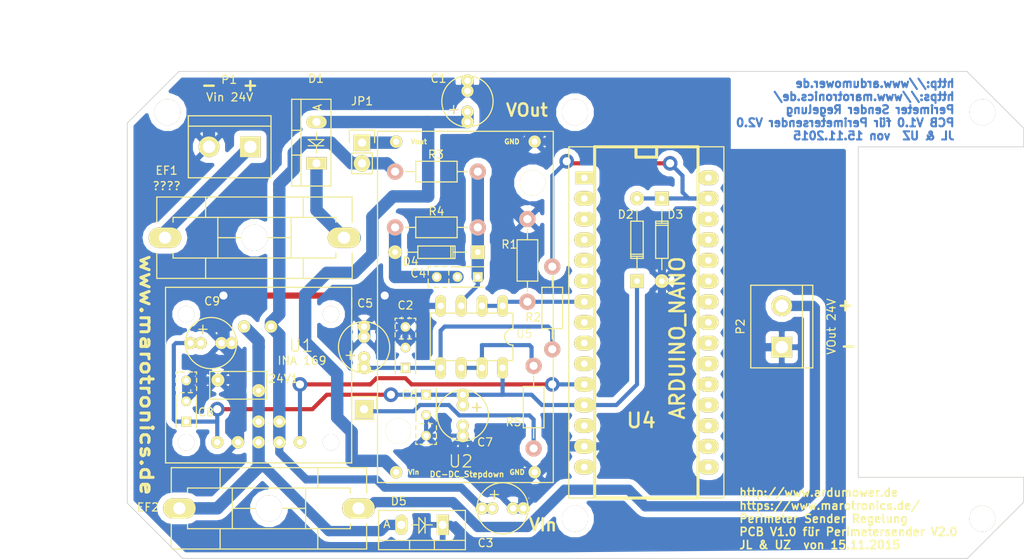
<source format=kicad_pcb>
(kicad_pcb (version 4) (host pcbnew "(2015-11-06 BZR 6302)-product")

  (general
    (links 74)
    (no_connects 0)
    (area 138.050002 101.395 264.210001 170.039501)
    (thickness 1.6)
    (drawings 25)
    (tracks 255)
    (zones 0)
    (modules 35)
    (nets 18)
  )

  (page A3)
  (layers
    (0 F.Cu signal)
    (31 B.Cu signal)
    (32 B.Adhes user)
    (33 F.Adhes user)
    (34 B.Paste user)
    (35 F.Paste user)
    (36 B.SilkS user)
    (37 F.SilkS user)
    (38 B.Mask user)
    (39 F.Mask user)
    (40 Dwgs.User user)
    (41 Cmts.User user)
    (42 Eco1.User user)
    (43 Eco2.User user)
    (44 Edge.Cuts user)
    (49 F.Fab user)
  )

  (setup
    (last_trace_width 1)
    (user_trace_width 0.254)
    (user_trace_width 0.508)
    (user_trace_width 0.762)
    (user_trace_width 1.016)
    (user_trace_width 1.27)
    (user_trace_width 1.524)
    (user_trace_width 1.7778)
    (trace_clearance 0.2)
    (zone_clearance 0.708)
    (zone_45_only no)
    (trace_min 0.254)
    (segment_width 0.2)
    (edge_width 0.1)
    (via_size 1)
    (via_drill 0.8)
    (via_min_size 0.59)
    (via_min_drill 0.508)
    (user_via 1 0)
    (user_via 1.1 0.6)
    (user_via 1.5 0.8)
    (user_via 1.8 1)
    (user_via 2.4 1.4)
    (uvia_size 0.508)
    (uvia_drill 0.127)
    (uvias_allowed no)
    (uvia_min_size 0.508)
    (uvia_min_drill 0.127)
    (pcb_text_width 0.3)
    (pcb_text_size 1.5 1.5)
    (mod_edge_width 0.15)
    (mod_text_size 1 1)
    (mod_text_width 0.15)
    (pad_size 2.49936 2.49936)
    (pad_drill 1.19888)
    (pad_to_mask_clearance 0)
    (aux_axis_origin 259.08 165.1)
    (visible_elements 7FFFFF7F)
    (pcbplotparams
      (layerselection 0x00020_00000000)
      (usegerberextensions false)
      (excludeedgelayer true)
      (linewidth 0.150000)
      (plotframeref false)
      (viasonmask false)
      (mode 1)
      (useauxorigin false)
      (hpglpennumber 1)
      (hpglpenspeed 20)
      (hpglpendiameter 15)
      (hpglpenoverlay 2)
      (psnegative false)
      (psa4output false)
      (plotreference true)
      (plotvalue true)
      (plotinvisibletext false)
      (padsonsilk false)
      (subtractmaskfromsilk false)
      (outputformat 1)
      (mirror false)
      (drillshape 0)
      (scaleselection 1)
      (outputdirectory C:/Users/autega/Desktop/))
  )

  (net 0 "")
  (net 1 +5V)
  (net 2 GND)
  (net 3 "Net-(D1-Pad1)")
  (net 4 "Net-(EF1-Pad2)")
  (net 5 "Net-(R5-Pad2)")
  (net 6 "Net-(24V1-Pad1)")
  (net 7 "Net-(C1-Pad1)")
  (net 8 "Net-(C2-Pad1)")
  (net 9 "Net-(C3-Pad1)")
  (net 10 "Net-(C4-Pad2)")
  (net 11 "Net-(C4-Pad1)")
  (net 12 D11)
  (net 13 "Net-(EF2-Pad1)")
  (net 14 A3)
  (net 15 A7)
  (net 16 DC_Wandler_Pin_4)
  (net 17 "Net-(JP1-Pad1)")

  (net_class Default "This is the default net class."
    (clearance 0.2)
    (trace_width 1)
    (via_dia 1)
    (via_drill 0.8)
    (uvia_dia 0.508)
    (uvia_drill 0.127)
    (add_net +5V)
    (add_net A3)
    (add_net A7)
    (add_net D11)
    (add_net DC_Wandler_Pin_4)
    (add_net GND)
    (add_net "Net-(24V1-Pad1)")
    (add_net "Net-(C1-Pad1)")
    (add_net "Net-(C2-Pad1)")
    (add_net "Net-(C3-Pad1)")
    (add_net "Net-(C4-Pad1)")
    (add_net "Net-(C4-Pad2)")
    (add_net "Net-(D1-Pad1)")
    (add_net "Net-(EF1-Pad2)")
    (add_net "Net-(EF2-Pad1)")
    (add_net "Net-(JP1-Pad1)")
    (add_net "Net-(R5-Pad2)")
  )

  (module sender_v2:Fuseholder_Reichelt_PL112000 (layer F.Cu) (tedit 54E27B9F) (tstamp 54D65E3B)
    (at 169.672 130.556 180)
    (descr "Fuseholder, 5x20, Semi closed, horizontal, Casing 10x25mm,")
    (tags "Fuseholder, 5x20, Semi closed, horizontal, Casing 10x25mm, Sicherungshalter, halbgeschlossen,")
    (path /56486501)
    (fp_text reference EF1 (at 10.795 8.255 180) (layer F.SilkS)
      (effects (font (size 1 1) (thickness 0.15)))
    )
    (fp_text value ???? (at 10.795 6.35 180) (layer F.SilkS)
      (effects (font (size 1 1) (thickness 0.15)))
    )
    (fp_line (start -5.99948 -2.49936) (end -5.99948 -5.00126) (layer F.SilkS) (width 0.15))
    (fp_line (start -5.99948 5.00126) (end -5.99948 2.49936) (layer F.SilkS) (width 0.15))
    (fp_line (start 5.99948 5.00126) (end 5.99948 2.49936) (layer F.SilkS) (width 0.15))
    (fp_line (start 5.99948 -5.00126) (end 5.99948 -2.49936) (layer F.SilkS) (width 0.15))
    (fp_line (start -4.50088 0) (end 4.50088 0) (layer F.SilkS) (width 0.15))
    (fp_line (start -4.50088 -2.49936) (end -4.50088 2.49936) (layer F.SilkS) (width 0.15))
    (fp_line (start 4.50088 -2.49936) (end 4.50088 2.49936) (layer F.SilkS) (width 0.15))
    (fp_line (start 9.99998 -1.89992) (end 9.99998 -2.49936) (layer F.SilkS) (width 0.15))
    (fp_line (start -9.99998 1.89992) (end -9.99998 2.49936) (layer F.SilkS) (width 0.15))
    (fp_line (start -9.99998 2.49936) (end 9.99998 2.49936) (layer F.SilkS) (width 0.15))
    (fp_line (start 9.99998 2.49936) (end 9.99998 1.89992) (layer F.SilkS) (width 0.15))
    (fp_line (start 9.99998 -2.49936) (end -9.99998 -2.49936) (layer F.SilkS) (width 0.15))
    (fp_line (start -9.99998 -2.49936) (end -9.99998 -1.89992) (layer F.SilkS) (width 0.15))
    (fp_line (start 11.99896 -1.89992) (end 11.99896 -5.00126) (layer F.SilkS) (width 0.15))
    (fp_line (start -11.99896 1.89992) (end -11.99896 5.00126) (layer F.SilkS) (width 0.15))
    (fp_line (start -11.99896 5.00126) (end 11.99896 5.00126) (layer F.SilkS) (width 0.15))
    (fp_line (start 11.99896 5.00126) (end 11.99896 1.89992) (layer F.SilkS) (width 0.15))
    (fp_line (start 11.99896 -5.00126) (end -11.99896 -5.00126) (layer F.SilkS) (width 0.15))
    (fp_line (start -11.99896 -5.00126) (end -11.99896 -1.89992) (layer F.SilkS) (width 0.15))
    (pad 2 thru_hole oval (at 11.00074 0 90) (size 2.49936 4.0005) (drill 1.50114) (layers *.Cu *.Mask F.SilkS)
      (net 4 "Net-(EF1-Pad2)"))
    (pad 1 thru_hole oval (at -11.00074 0 90) (size 2.49936 4.0005) (drill 1.50114) (layers *.Cu *.Mask F.SilkS)
      (net 3 "Net-(D1-Pad1)"))
    (pad ~ thru_hole circle (at 0 0 180) (size 3.2 3.2) (drill 3.2) (layers *.Cu *.Mask F.SilkS))
    (model fuse_socket/fuse_socket.wrl
      (at (xyz 0 0 0))
      (scale (xyz 1 1 1))
      (rotate (xyz 0 0 0))
    )
    (model walter/misc_comp/fuse_cq-200c.wrl
      (at (xyz 0 0 0))
      (scale (xyz 1 1 1))
      (rotate (xyz 0 0 90))
    )
  )

  (module sender_v2:Bohrloch_3,2mm locked (layer F.Cu) (tedit 54E27D46) (tstamp 54D689EB)
    (at 159.004 115.1255)
    (path /54D689DE)
    (fp_text reference B1 (at -0.254 -3.3655) (layer F.SilkS) hide
      (effects (font (size 1.5 1.5) (thickness 0.15)))
    )
    (fp_text value Bohrloch_3,2mm (at 12.7 0) (layer F.SilkS) hide
      (effects (font (size 1.5 1.5) (thickness 0.15)))
    )
    (pad 1 thru_hole circle (at 0 0) (size 3.2 3.2) (drill 3.2) (layers *.Cu *.Mask F.SilkS))
  )

  (module sender_v2:Bohrloch_3,2mm (layer F.Cu) (tedit 54E27D3C) (tstamp 54D689F0)
    (at 209.042 111.76)
    (path /54D68AA0)
    (fp_text reference B2 (at -0.127 0) (layer F.SilkS) hide
      (effects (font (size 1.5 1.5) (thickness 0.15)))
    )
    (fp_text value Bohrloch_3,2mm (at 1.143 -8.89) (layer F.SilkS) hide
      (effects (font (size 1.5 1.5) (thickness 0.15)))
    )
    (pad 1 thru_hole circle (at 0 3.3655) (size 3.2 3.2) (drill 3.2) (layers *.Cu *.Mask F.SilkS))
  )

  (module sender_v2:Bohrloch_3,2mm locked (layer F.Cu) (tedit 54E27D41) (tstamp 54D689F5)
    (at 259.08 111.76)
    (path /54D68AE1)
    (fp_text reference B3 (at 0 0) (layer F.SilkS) hide
      (effects (font (size 1.5 1.5) (thickness 0.15)))
    )
    (fp_text value Bohrloch_3,2mm (at -20.955 -5.715) (layer F.SilkS) hide
      (effects (font (size 1.5 1.5) (thickness 0.15)))
    )
    (pad 1 thru_hole circle (at 0 3.3655) (size 3.2 3.2) (drill 3.2) (layers *.Cu *.Mask F.SilkS))
  )

  (module sender_v2:Bohrloch_3,2mm (layer F.Cu) (tedit 54E27D10) (tstamp 54D689FF)
    (at 209.042 165.1)
    (path /54D68B6A)
    (fp_text reference B5 (at -0.127 3.175) (layer F.SilkS) hide
      (effects (font (size 1.5 1.5) (thickness 0.15)))
    )
    (fp_text value Bohrloch_3,2mm (at -12.7 0) (layer F.SilkS) hide
      (effects (font (size 1.5 1.5) (thickness 0.15)))
    )
    (pad 1 thru_hole circle (at 0 0) (size 3.2 3.2) (drill 3.2) (layers *.Cu *.Mask F.SilkS))
  )

  (module sender_v2:Bohrloch_3,2mm locked (layer F.Cu) (tedit 54E27D1F) (tstamp 54D68A04)
    (at 259.08 165.1)
    (path /54D68BA6)
    (fp_text reference B6 (at 0 3.175) (layer F.SilkS) hide
      (effects (font (size 1.5 1.5) (thickness 0.15)))
    )
    (fp_text value Bohrloch_3,2mm (at -11.43 0) (layer F.SilkS) hide
      (effects (font (size 1.5 1.5) (thickness 0.15)))
    )
    (pad 1 thru_hole circle (at 0 0) (size 3.2 3.2) (drill 3.2) (layers *.Cu *.Mask F.SilkS))
  )

  (module sender_v2:DC_DC_DSN2596_mit_Bohrloch locked (layer F.Cu) (tedit 5648B5FD) (tstamp 54E206E3)
    (at 206.375 160.655 90)
    (path /564864F7)
    (fp_text reference U2 (at 2.6035 -11.3665 180) (layer F.SilkS)
      (effects (font (size 1.5 1.5) (thickness 0.15)))
    )
    (fp_text value DC-DC_Stepdown (at 1.016 -10.6045 180) (layer F.SilkS)
      (effects (font (size 0.7 0.7) (thickness 0.15)))
    )
    (fp_circle (center 36.84 -2.54) (end 35.34 -2.54) (layer F.SilkS) (width 0.15))
    (fp_circle (center 6.34 -19.04) (end 4.84 -19.04) (layer F.SilkS) (width 0.15))
    (fp_text user Vout (at 41.91 -16.51 180) (layer F.SilkS)
      (effects (font (size 0.6 0.6) (thickness 0.15)))
    )
    (fp_text user Vin (at 1.27 -17.145 180) (layer F.SilkS)
      (effects (font (size 0.6 0.6) (thickness 0.15)))
    )
    (fp_text user GND (at 1.27 -4.445 180) (layer F.SilkS)
      (effects (font (size 0.6 0.6) (thickness 0.15)))
    )
    (fp_text user GND (at 41.91 -5.08 180) (layer F.SilkS)
      (effects (font (size 0.6 0.6) (thickness 0.15)))
    )
    (fp_line (start 0 -21.59) (end 43.18 -21.59) (layer F.SilkS) (width 0.15))
    (fp_line (start 43.18 -21.59) (end 43.18 0) (layer F.SilkS) (width 0.15))
    (fp_line (start 43.18 0) (end 0 0) (layer F.SilkS) (width 0.15))
    (fp_line (start 0 0) (end 0 -21.59) (layer F.SilkS) (width 0.15))
    (pad 2 thru_hole circle (at 41.91 -19.304 90) (size 1.524 1.524) (drill 0.762) (layers *.Cu *.Mask F.SilkS)
      (net 17 "Net-(JP1-Pad1)"))
    (pad 1 thru_hole circle (at 41.91 -2.286 90) (size 1.524 1.524) (drill 0.762) (layers *.Cu *.Mask F.SilkS)
      (net 2 GND))
    (pad 4 thru_hole circle (at 1.27 -2.286 90) (size 1.524 1.524) (drill 0.762) (layers *.Cu *.Mask F.SilkS)
      (net 2 GND))
    (pad 3 thru_hole circle (at 1.27 -19.304 90) (size 1.524 1.524) (drill 0.762) (layers *.Cu *.Mask F.SilkS)
      (net 7 "Net-(C1-Pad1)"))
    (pad ~ thru_hole circle (at 6.34 -19.04 90) (size 3.1 3.1) (drill 3.1) (layers *.Cu *.Mask F.SilkS))
    (pad ~ thru_hole circle (at 36.84 -2.54 90) (size 3.1 3.1) (drill 3.1) (layers *.Cu *.Mask F.SilkS))
  )

  (module sender_v2:arduino_nano locked (layer F.Cu) (tedit 54E27B5C) (tstamp 54E22A3B)
    (at 217.805 142.24 270)
    (descr "30 pins DIL package, elliptical pads, width 600mil (arduino mini)")
    (tags "DIL arduino mini")
    (path /54D6487C)
    (fp_text reference U4 (at 10.795 0.635 540) (layer F.SilkS)
      (effects (font (size 1.778 1.778) (thickness 0.3048)))
    )
    (fp_text value ARDUINO_NANO (at 0.635 -3.81 270) (layer F.SilkS)
      (effects (font (size 1.778 1.778) (thickness 0.3048)))
    )
    (fp_line (start 20.32 6.35) (end 20.32 9.525) (layer F.SilkS) (width 0.15))
    (fp_line (start 20.32 9.525) (end -22.86 9.525) (layer F.SilkS) (width 0.15))
    (fp_line (start -22.86 9.525) (end -22.86 6.35) (layer F.SilkS) (width 0.15))
    (fp_line (start 20.32 -6.35) (end 20.32 -9.525) (layer F.SilkS) (width 0.15))
    (fp_line (start 20.32 -9.525) (end -22.86 -9.525) (layer F.SilkS) (width 0.15))
    (fp_line (start -22.86 -9.525) (end -22.86 -6.35) (layer F.SilkS) (width 0.15))
    (fp_line (start -22.86 -6.35) (end 20.32 -6.35) (layer F.SilkS) (width 0.381))
    (fp_line (start 20.32 -6.35) (end 20.32 6.35) (layer F.SilkS) (width 0.381))
    (fp_line (start 20.32 6.35) (end -22.86 6.35) (layer F.SilkS) (width 0.381))
    (fp_line (start -22.86 6.35) (end -22.86 -6.35) (layer F.SilkS) (width 0.381))
    (fp_line (start -22.86 1.27) (end -21.59 1.27) (layer F.SilkS) (width 0.381))
    (fp_line (start -21.59 1.27) (end -21.59 -1.27) (layer F.SilkS) (width 0.381))
    (fp_line (start -21.59 -1.27) (end -22.86 -1.27) (layer F.SilkS) (width 0.381))
    (pad D13 thru_hole rect (at -19.05 7.62 270) (size 1.5748 2.286) (drill 0.8128) (layers *.Cu *.Mask F.SilkS))
    (pad 3V3 thru_hole oval (at -16.51 7.62 270) (size 1.8 2.5) (drill 0.8128) (layers *.Cu *.Mask F.SilkS))
    (pad REF thru_hole oval (at -13.97 7.62 270) (size 1.8 2.5) (drill 0.8128) (layers *.Cu *.Mask F.SilkS))
    (pad A0 thru_hole oval (at -11.43 7.62 270) (size 1.8 2.5) (drill 0.8128) (layers *.Cu *.Mask F.SilkS))
    (pad A1 thru_hole oval (at -8.89 7.62 270) (size 1.8 2.5) (drill 0.8128) (layers *.Cu *.Mask F.SilkS))
    (pad A2 thru_hole oval (at -6.35 7.62 270) (size 1.8 2.5) (drill 0.8128) (layers *.Cu *.Mask F.SilkS))
    (pad A3 thru_hole oval (at -3.81 7.62 270) (size 1.8 2.5) (drill 0.8128) (layers *.Cu *.Mask F.SilkS)
      (net 14 A3))
    (pad A4 thru_hole oval (at -1.27 7.62 270) (size 1.8 2.5) (drill 0.8128) (layers *.Cu *.Mask F.SilkS))
    (pad A5 thru_hole oval (at 1.27 7.62 270) (size 1.8 2.5) (drill 0.8128) (layers *.Cu *.Mask F.SilkS))
    (pad A6 thru_hole oval (at 3.81 7.62 270) (size 1.8 2.5) (drill 0.8128) (layers *.Cu *.Mask F.SilkS))
    (pad A7 thru_hole oval (at 6.35 7.62 270) (size 1.8 2.5) (drill 0.8128) (layers *.Cu *.Mask F.SilkS)
      (net 15 A7))
    (pad 5V thru_hole oval (at 8.89 7.62 270) (size 1.8 2.5) (drill 0.8128) (layers *.Cu *.Mask F.SilkS)
      (net 1 +5V))
    (pad RST0 thru_hole oval (at 11.43 7.62 270) (size 1.8 2.5) (drill 0.8128) (layers *.Cu *.Mask F.SilkS))
    (pad GND1 thru_hole oval (at 13.97 7.62 270) (size 1.8 2.5) (drill 0.8128) (layers *.Cu *.Mask F.SilkS)
      (net 2 GND))
    (pad VIN thru_hole oval (at 16.51 7.62 270) (size 1.8 2.5) (drill 0.8128) (layers *.Cu *.Mask F.SilkS))
    (pad TX1 thru_hole oval (at 16.51 -7.62 270) (size 1.8 2.5) (drill 0.8128) (layers *.Cu *.Mask F.SilkS))
    (pad RX0 thru_hole oval (at 13.97 -7.62 270) (size 1.8 2.5) (drill 0.8128) (layers *.Cu *.Mask F.SilkS))
    (pad RST1 thru_hole oval (at 11.43 -7.62 270) (size 1.8 2.5) (drill 0.8128) (layers *.Cu *.Mask F.SilkS))
    (pad GND0 thru_hole oval (at 8.89 -7.62 270) (size 1.8 2.5) (drill 0.8128) (layers *.Cu *.Mask F.SilkS))
    (pad D2 thru_hole oval (at 6.35 -7.62 270) (size 1.8 2.5) (drill 0.8128) (layers *.Cu *.Mask F.SilkS))
    (pad D3 thru_hole oval (at 3.81 -7.62 270) (size 1.8 2.5) (drill 0.8128) (layers *.Cu *.Mask F.SilkS))
    (pad D4 thru_hole oval (at 1.27 -7.62 270) (size 1.8 2.5) (drill 0.8128) (layers *.Cu *.Mask F.SilkS))
    (pad D5 thru_hole oval (at -1.27 -7.62 270) (size 1.8 2.5) (drill 0.8128) (layers *.Cu *.Mask F.SilkS))
    (pad D6 thru_hole oval (at -3.81 -7.62 270) (size 1.8 2.5) (drill 0.8128) (layers *.Cu *.Mask F.SilkS))
    (pad D7 thru_hole oval (at -6.35 -7.62 270) (size 1.8 2.5) (drill 0.8128) (layers *.Cu *.Mask F.SilkS))
    (pad D8 thru_hole oval (at -8.89 -7.62 270) (size 1.8 2.5) (drill 0.8128) (layers *.Cu *.Mask F.SilkS))
    (pad D9 thru_hole oval (at -11.43 -7.62 270) (size 1.8 2.5) (drill 0.8128) (layers *.Cu *.Mask F.SilkS))
    (pad D10 thru_hole oval (at -13.97 -7.62 270) (size 1.8 2.5) (drill 0.8128) (layers *.Cu *.Mask F.SilkS))
    (pad D11 thru_hole oval (at -16.51 -7.62 270) (size 1.8 2.5) (drill 0.8128) (layers *.Cu *.Mask F.SilkS)
      (net 12 D11))
    (pad D12 thru_hole oval (at -19.05 -7.62 270) (size 1.8 2.5) (drill 0.8128) (layers *.Cu *.Mask F.SilkS))
    (model arduino_nano.wrl
      (at (xyz -0.978 -0.385 0))
      (scale (xyz 0.3937 0.3937 0.3937))
      (rotate (xyz 0 0 0))
    )
    (model walter/conn_misc/arduino_nano_header.wrl
      (at (xyz -0.05 0 0))
      (scale (xyz 1 1 1))
      (rotate (xyz 0 0 0))
    )
  )

  (module sender_v2:INA169 locked (layer F.Cu) (tedit 5648B476) (tstamp 54E5EDA0)
    (at 170.18 148.082)
    (path /564864FD)
    (fp_text reference U1 (at 5.207 -4.2545 180) (layer F.SilkS)
      (effects (font (size 1.5 1.5) (thickness 0.15)))
    )
    (fp_text value "INA 169" (at 5.334 -2.413 180) (layer F.SilkS)
      (effects (font (size 1 1) (thickness 0.15)))
    )
    (fp_line (start 11.43 10.16) (end -11.43 10.16) (layer F.SilkS) (width 0.15))
    (fp_line (start -11.43 -8.89) (end -11.43 -11.43) (layer F.SilkS) (width 0.15))
    (fp_line (start -11.43 -11.43) (end 11.43 -11.43) (layer F.SilkS) (width 0.15))
    (fp_line (start 11.43 -11.43) (end 11.43 -8.89) (layer F.SilkS) (width 0.15))
    (fp_line (start 11.43 -8.89) (end 11.43 -10.16) (layer F.SilkS) (width 0.15))
    (fp_line (start 11.43 10.16) (end 11.43 -8.89) (layer F.SilkS) (width 0.15))
    (fp_line (start -11.43 -8.89) (end -11.43 10.16) (layer F.SilkS) (width 0.15))
    (pad 2 thru_hole circle (at -2.54 7.62) (size 1.524 1.524) (drill 0.762) (layers *.Cu *.Mask F.SilkS)
      (net 2 GND))
    (pad 1 thru_hole circle (at -5.08 7.62) (size 1.524 1.524) (drill 0.762) (layers *.Cu *.Mask F.SilkS)
      (net 1 +5V))
    (pad 3 thru_hole circle (at 5.08 7.62) (size 1.524 1.524) (drill 0.762) (layers *.Cu *.Mask F.SilkS)
      (net 15 A7))
    (pad 5 thru_hole circle (at -1.778 -6.604) (size 1.524 1.524) (drill 0.762) (layers *.Cu *.Mask F.SilkS)
      (net 6 "Net-(24V1-Pad1)"))
    (pad 4 thru_hole circle (at 1.524 -6.604) (size 1.524 1.524) (drill 0.762) (layers *.Cu *.Mask F.SilkS)
      (net 9 "Net-(C3-Pad1)"))
    (pad "" thru_hole circle (at -8.89 7.62) (size 2 2) (drill 2) (layers *.Cu *.Mask F.SilkS))
    (pad "" thru_hole circle (at 8.89 7.62) (size 2 2) (drill 2) (layers *.Cu *.Mask F.SilkS))
    (pad "" thru_hole circle (at -8.89 -8.128) (size 2 2) (drill 2) (layers *.Cu *.Mask F.SilkS))
    (pad "" thru_hole circle (at 8.89 -8.128) (size 2 2) (drill 2) (layers *.Cu *.Mask F.SilkS))
    (pad 4 thru_hole circle (at 2.54 7.62) (size 1.524 1.524) (drill 0.762) (layers *.Cu *.Mask F.SilkS)
      (net 9 "Net-(C3-Pad1)"))
    (pad 5 thru_hole circle (at 0 7.62) (size 1.524 1.524) (drill 0.762) (layers *.Cu *.Mask F.SilkS)
      (net 6 "Net-(24V1-Pad1)"))
    (pad 5 thru_hole circle (at 0 5.08) (size 1.524 1.524) (drill 0.762) (layers *.Cu *.Mask F.SilkS)
      (net 6 "Net-(24V1-Pad1)"))
    (pad 4 thru_hole circle (at 2.54 5.08) (size 1.524 1.524) (drill 0.762) (layers *.Cu *.Mask F.SilkS)
      (net 9 "Net-(C3-Pad1)"))
  )

  (module sender_v2:Anschlussklemme_2P_RM5,08 locked (layer F.Cu) (tedit 5648B335) (tstamp 54F22B76)
    (at 166.624 119.38 180)
    (descr "Bornier d'alimentation 2 pins")
    (tags DEV)
    (path /564864F8)
    (fp_text reference P1 (at 0.0635 8.255 180) (layer F.SilkS)
      (effects (font (size 1 1) (thickness 0.15)))
    )
    (fp_text value "Vin 24V" (at 0 6.096 180) (layer F.SilkS)
      (effects (font (size 1 1) (thickness 0.15)))
    )
    (fp_line (start 5.08 2.54) (end -5.08 2.54) (layer F.SilkS) (width 0.15))
    (fp_line (start 5.08 3.81) (end 5.08 -3.81) (layer F.SilkS) (width 0.15))
    (fp_line (start 5.08 -3.81) (end -5.08 -3.81) (layer F.SilkS) (width 0.15))
    (fp_line (start -5.08 -3.81) (end -5.08 3.81) (layer F.SilkS) (width 0.15))
    (fp_line (start -5.08 3.81) (end 5.08 3.81) (layer F.SilkS) (width 0.15))
    (pad 1 thru_hole rect (at -2.54 0 180) (size 2.54 2.54) (drill 1.524) (layers *.Cu *.Mask F.SilkS)
      (net 4 "Net-(EF1-Pad2)"))
    (pad 2 thru_hole circle (at 2.54 0 180) (size 2.54 2.54) (drill 1.524) (layers *.Cu *.Mask F.SilkS)
      (net 2 GND))
    (model conn_mkds/mkds_1,5-2.wrl
      (at (xyz 0 0 0))
      (scale (xyz 1 1 1))
      (rotate (xyz 0 0 0))
    )
    (model walter/conn_mkds/mkds_1,5-2.wrl
      (at (xyz 0 0 0))
      (scale (xyz 1 1 1))
      (rotate (xyz 0 0 0))
    )
  )

  (module sender_v2:Anschlussklemme_2P_RM5,08 (layer F.Cu) (tedit 54F22D8A) (tstamp 54F22B80)
    (at 234.442 141.478 90)
    (descr "Bornier d'alimentation 2 pins")
    (tags DEV)
    (path /564864F9)
    (fp_text reference P2 (at 0 -5.08 90) (layer F.SilkS)
      (effects (font (size 1 1) (thickness 0.15)))
    )
    (fp_text value "VOut 24V" (at 0 6.096 90) (layer F.SilkS)
      (effects (font (size 1 1) (thickness 0.15)))
    )
    (fp_line (start 5.08 2.54) (end -5.08 2.54) (layer F.SilkS) (width 0.15))
    (fp_line (start 5.08 3.81) (end 5.08 -3.81) (layer F.SilkS) (width 0.15))
    (fp_line (start 5.08 -3.81) (end -5.08 -3.81) (layer F.SilkS) (width 0.15))
    (fp_line (start -5.08 -3.81) (end -5.08 3.81) (layer F.SilkS) (width 0.15))
    (fp_line (start -5.08 3.81) (end 5.08 3.81) (layer F.SilkS) (width 0.15))
    (pad 1 thru_hole rect (at -2.54 0 90) (size 2.54 2.54) (drill 1.524) (layers *.Cu *.Mask F.SilkS)
      (net 2 GND))
    (pad 2 thru_hole circle (at 2.54 0 90) (size 2.54 2.54) (drill 1.524) (layers *.Cu *.Mask F.SilkS)
      (net 13 "Net-(EF2-Pad1)"))
    (model conn_mkds/mkds_1,5-2.wrl
      (at (xyz 0 0 0))
      (scale (xyz 1 1 1))
      (rotate (xyz 0 0 0))
    )
    (model walter/conn_mkds/mkds_1,5-2.wrl
      (at (xyz 0 0 0))
      (scale (xyz 1 1 1))
      (rotate (xyz 0 0 0))
    )
  )

  (module Varistors:RV_Disc_D7_W3.4_P5 (layer F.Cu) (tedit 5648B4A3) (tstamp 56487FBB)
    (at 170.18 149.352 180)
    (tags "varistor SIOV")
    (path /56486527)
    (fp_text reference 24V1 (at -3.048 1.4605 180) (layer F.SilkS)
      (effects (font (size 1 1) (thickness 0.15)))
    )
    (fp_text value VR (at -2.0955 -0.381 180) (layer F.Fab)
      (effects (font (size 0.5 0.5) (thickness 0.125)))
    )
    (fp_line (start -1.25 2.6) (end 6.25 2.6) (layer F.CrtYd) (width 0.05))
    (fp_line (start -1.25 -1.3) (end 6.25 -1.3) (layer F.CrtYd) (width 0.05))
    (fp_line (start 6.25 -1.3) (end 6.25 2.6) (layer F.CrtYd) (width 0.05))
    (fp_line (start -1.25 -1.3) (end -1.25 2.6) (layer F.CrtYd) (width 0.05))
    (fp_line (start -1 2.35) (end 6 2.35) (layer F.SilkS) (width 0.15))
    (fp_line (start -1 -1.05) (end 6 -1.05) (layer F.SilkS) (width 0.15))
    (fp_line (start 6 -1.05) (end 6 2.35) (layer F.SilkS) (width 0.15))
    (fp_line (start -1 -1.05) (end -1 2.35) (layer F.SilkS) (width 0.15))
    (pad 1 thru_hole circle (at 0 0 180) (size 1.6 1.6) (drill 0.6) (layers *.Cu *.Mask F.SilkS)
      (net 6 "Net-(24V1-Pad1)"))
    (pad 2 thru_hole circle (at 5 1.3 180) (size 1.6 1.6) (drill 0.6) (layers *.Cu *.Mask F.SilkS)
      (net 2 GND))
  )

  (module ACS712:Elko_vert_11.2x6.3mm_RM2.5_RM5.0 (layer F.Cu) (tedit 5648B410) (tstamp 56487FBC)
    (at 195.834 115.062 90)
    (descr "Electrolytic Capacitor, vertical, diameter 6,3mm, RM 2,5mm, radial,")
    (tags "Electrolytic Capacitor, vertical, diameter 6,3mm, RM 2,5mm, Elko, Electrolytkondensator, Kondensator gepolt, Durchmesser 6,3mm, radial,")
    (path /56486515)
    (fp_text reference C1 (at 4.064 -3.556 180) (layer F.SilkS)
      (effects (font (size 1 1) (thickness 0.15)))
    )
    (fp_text value 220uF/63V (at 2.794 -5.334 180) (layer F.Fab)
      (effects (font (size 0.5 0.5) (thickness 0.125)))
    )
    (fp_line (start 0.26924 -2.19964) (end 0.26924 -1.19888) (layer F.SilkS) (width 0.15))
    (fp_line (start -0.23114 -1.69926) (end 0.76962 -1.69926) (layer F.SilkS) (width 0.15))
    (fp_line (start 0.26924 -1.69926) (end 0.76962 -1.69926) (layer F.Cu) (width 0.15))
    (fp_line (start 0.26924 -1.69926) (end 0.26924 -2.19964) (layer F.Cu) (width 0.15))
    (fp_line (start -0.23114 -1.69926) (end 0.26924 -1.69926) (layer F.Cu) (width 0.15))
    (fp_line (start 0.26924 -1.69926) (end 0.26924 -1.30048) (layer F.Cu) (width 0.15))
    (fp_line (start 0.26924 -1.30048) (end 0.26924 -1.19888) (layer F.Cu) (width 0.15))
    (fp_circle (center 1.27 0) (end 4.4196 0) (layer F.SilkS) (width 0.15))
    (pad 2 thru_hole circle (at 2.54 0 90) (size 1.50114 1.50114) (drill 0.8001) (layers *.Cu *.Mask F.SilkS)
      (net 2 GND))
    (pad 1 thru_hole circle (at 0 0 90) (size 1.50114 1.50114) (drill 0.8001) (layers *.Cu *.Mask F.SilkS)
      (net 7 "Net-(C1-Pad1)"))
    (pad 1 thru_hole circle (at -1.27 0 90) (size 1.524 1.524) (drill 0.762) (layers *.Cu *.Mask F.SilkS)
      (net 7 "Net-(C1-Pad1)"))
    (pad 2 thru_hole circle (at 3.81 0 90) (size 1.524 1.524) (drill 0.762) (layers *.Cu *.Mask F.SilkS)
      (net 2 GND))
    (model Capacitors_Elko_ThroughHole/Elko_vert_11.2x6.3mm_RM2.5.wrl
      (at (xyz 0 0 0))
      (scale (xyz 1 1 1))
      (rotate (xyz 0 0 0))
    )
    (model Capacitors_ThroughHole.3dshapes/C_Radial_D6.3_L11.2_P2.5.wrl
      (at (xyz 0 0 0))
      (scale (xyz 1 1 1))
      (rotate (xyz 0 0 0))
    )
  )

  (module ACS712:C_Rect_L4_W2.5_P2.5_P5.0 (layer F.Cu) (tedit 5648B67B) (tstamp 56487FCB)
    (at 188.214 146.558 90)
    (descr "Film Capacitor Length 4mm x Width 2.5mm, Pitch 2.5mm")
    (tags Capacitor)
    (path /56486514)
    (fp_text reference C2 (at 7.6835 0 180) (layer F.SilkS)
      (effects (font (size 1 1) (thickness 0.15)))
    )
    (fp_text value 220nF (at 6.6675 0 180) (layer F.Fab)
      (effects (font (size 0.5 0.5) (thickness 0.125)))
    )
    (fp_line (start 6.096 -0.254) (end 6.096 -0.762) (layer F.SilkS) (width 0.15))
    (fp_line (start 6.096 0.762) (end 6.096 0.254) (layer F.SilkS) (width 0.15))
    (fp_line (start 5.842 1.27) (end 6.096 1.27) (layer F.SilkS) (width 0.15))
    (fp_line (start 6.096 1.27) (end 6.096 1.016) (layer F.SilkS) (width 0.15))
    (fp_line (start 5.842 -1.27) (end 6.096 -1.27) (layer F.SilkS) (width 0.15))
    (fp_line (start 6.096 -1.27) (end 6.096 -1.016) (layer F.SilkS) (width 0.15))
    (fp_line (start 3.556 0.254) (end 3.556 0.762) (layer F.SilkS) (width 0.15))
    (fp_line (start 3.556 -0.762) (end 3.556 -0.254) (layer F.SilkS) (width 0.15))
    (fp_line (start 4.826 1.27) (end 5.334 1.27) (layer F.SilkS) (width 0.15))
    (fp_line (start 3.81 1.27) (end 4.318 1.27) (layer F.SilkS) (width 0.15))
    (fp_line (start 4.826 -1.27) (end 5.334 -1.27) (layer F.SilkS) (width 0.15))
    (fp_line (start 3.81 -1.27) (end 4.318 -1.27) (layer F.SilkS) (width 0.15))
    (fp_line (start 6.096 0.254) (end 6.096 0.762) (layer F.CrtYd) (width 0.05))
    (fp_line (start 6.096 -0.762) (end 6.096 -0.254) (layer F.CrtYd) (width 0.05))
    (fp_line (start 3.81 1.524) (end 4.318 1.524) (layer F.CrtYd) (width 0.05))
    (fp_line (start 5.334 1.524) (end 4.826 1.524) (layer F.CrtYd) (width 0.05))
    (fp_line (start 5.842 1.524) (end 6.096 1.524) (layer F.CrtYd) (width 0.05))
    (fp_line (start 6.096 1.524) (end 6.096 1.27) (layer F.CrtYd) (width 0.05))
    (fp_line (start 5.842 -1.524) (end 6.096 -1.524) (layer F.CrtYd) (width 0.05))
    (fp_line (start 6.096 -1.524) (end 6.096 -1.27) (layer F.CrtYd) (width 0.05))
    (fp_line (start 4.826 -1.524) (end 5.334 -1.524) (layer F.CrtYd) (width 0.05))
    (fp_line (start 3.81 -1.524) (end 4.318 -1.524) (layer F.CrtYd) (width 0.05))
    (fp_line (start -1 -1.5) (end 3.5 -1.5) (layer F.CrtYd) (width 0.05))
    (fp_line (start 3.5 -1.5) (end 3.5 1.5) (layer F.CrtYd) (width 0.05))
    (fp_line (start 3.5 1.5) (end -1 1.5) (layer F.CrtYd) (width 0.05))
    (fp_line (start -1 1.5) (end -1 -1.5) (layer F.CrtYd) (width 0.05))
    (fp_line (start -0.75 -1.25) (end 3.25 -1.25) (layer F.SilkS) (width 0.15))
    (fp_line (start -0.75 1.25) (end 3.25 1.25) (layer F.SilkS) (width 0.15))
    (pad 2 thru_hole circle (at 5.04 0 90) (size 1.2 1.2) (drill 0.7) (layers *.Cu *.Mask F.SilkS)
      (net 2 GND))
    (pad 1 thru_hole rect (at 0 0 90) (size 1.2 1.2) (drill 0.7) (layers *.Cu *.Mask F.SilkS)
      (net 8 "Net-(C2-Pad1)"))
    (pad 2 thru_hole circle (at 2.5 0 90) (size 1.2 1.2) (drill 0.7) (layers *.Cu *.Mask F.SilkS)
      (net 2 GND))
    (model Capacitors_ThroughHole.3dshapes/C_Disc_D7.5_P5.wrl
      (at (xyz 0.1 0 0))
      (scale (xyz 1 1 1))
      (rotate (xyz 0 0 0))
    )
  )

  (module ACS712:Elko_vert_11.2x6.3mm_RM2.5_RM5.0 (layer F.Cu) (tedit 5648B777) (tstamp 56487FFC)
    (at 198.882 163.83)
    (descr "Electrolytic Capacitor, vertical, diameter 6,3mm, RM 2,5mm, radial,")
    (tags "Electrolytic Capacitor, vertical, diameter 6,3mm, RM 2,5mm, Elko, Electrolytkondensator, Kondensator gepolt, Durchmesser 6,3mm, radial,")
    (path /56486516)
    (fp_text reference C3 (at -0.8255 4.2545 180) (layer F.SilkS)
      (effects (font (size 1 1) (thickness 0.15)))
    )
    (fp_text value 220uF/63V (at 2.54 4.2545) (layer F.Fab)
      (effects (font (size 0.5 0.5) (thickness 0.125)))
    )
    (fp_line (start 0.26924 -2.19964) (end 0.26924 -1.19888) (layer F.SilkS) (width 0.15))
    (fp_line (start -0.23114 -1.69926) (end 0.76962 -1.69926) (layer F.SilkS) (width 0.15))
    (fp_line (start 0.26924 -1.69926) (end 0.76962 -1.69926) (layer F.Cu) (width 0.15))
    (fp_line (start 0.26924 -1.69926) (end 0.26924 -2.19964) (layer F.Cu) (width 0.15))
    (fp_line (start -0.23114 -1.69926) (end 0.26924 -1.69926) (layer F.Cu) (width 0.15))
    (fp_line (start 0.26924 -1.69926) (end 0.26924 -1.30048) (layer F.Cu) (width 0.15))
    (fp_line (start 0.26924 -1.30048) (end 0.26924 -1.19888) (layer F.Cu) (width 0.15))
    (fp_circle (center 1.27 0) (end 4.4196 0) (layer F.SilkS) (width 0.15))
    (pad 2 thru_hole circle (at 2.54 0) (size 1.50114 1.50114) (drill 0.8001) (layers *.Cu *.Mask F.SilkS)
      (net 2 GND))
    (pad 1 thru_hole circle (at 0 0) (size 1.50114 1.50114) (drill 0.8001) (layers *.Cu *.Mask F.SilkS)
      (net 9 "Net-(C3-Pad1)"))
    (pad 1 thru_hole circle (at -1.27 0) (size 1.524 1.524) (drill 0.762) (layers *.Cu *.Mask F.SilkS)
      (net 9 "Net-(C3-Pad1)"))
    (pad 2 thru_hole circle (at 3.81 0) (size 1.524 1.524) (drill 0.762) (layers *.Cu *.Mask F.SilkS)
      (net 2 GND))
    (model Capacitors_Elko_ThroughHole/Elko_vert_11.2x6.3mm_RM2.5.wrl
      (at (xyz 0 0 0))
      (scale (xyz 1 1 1))
      (rotate (xyz 0 0 0))
    )
    (model Capacitors_ThroughHole.3dshapes/C_Radial_D6.3_L11.2_P2.5.wrl
      (at (xyz 0 0 0))
      (scale (xyz 1 1 1))
      (rotate (xyz 0 0 0))
    )
  )

  (module ACS712:C_Rect_L4_W2.5_P2.5_P5.0 (layer F.Cu) (tedit 5648B25C) (tstamp 5648801F)
    (at 197.104 135.382 180)
    (descr "Film Capacitor Length 4mm x Width 2.5mm, Pitch 2.5mm")
    (tags Capacitor)
    (path /5648650A)
    (fp_text reference C4 (at 7.3025 0.4445 180) (layer F.SilkS)
      (effects (font (size 1 1) (thickness 0.15)))
    )
    (fp_text value 47pP (at 7.3025 -0.635 180) (layer F.Fab)
      (effects (font (size 0.5 0.5) (thickness 0.125)))
    )
    (fp_line (start 6.096 -0.254) (end 6.096 -0.762) (layer F.SilkS) (width 0.15))
    (fp_line (start 6.096 0.762) (end 6.096 0.254) (layer F.SilkS) (width 0.15))
    (fp_line (start 5.842 1.27) (end 6.096 1.27) (layer F.SilkS) (width 0.15))
    (fp_line (start 6.096 1.27) (end 6.096 1.016) (layer F.SilkS) (width 0.15))
    (fp_line (start 5.842 -1.27) (end 6.096 -1.27) (layer F.SilkS) (width 0.15))
    (fp_line (start 6.096 -1.27) (end 6.096 -1.016) (layer F.SilkS) (width 0.15))
    (fp_line (start 3.556 0.254) (end 3.556 0.762) (layer F.SilkS) (width 0.15))
    (fp_line (start 3.556 -0.762) (end 3.556 -0.254) (layer F.SilkS) (width 0.15))
    (fp_line (start 4.826 1.27) (end 5.334 1.27) (layer F.SilkS) (width 0.15))
    (fp_line (start 3.81 1.27) (end 4.318 1.27) (layer F.SilkS) (width 0.15))
    (fp_line (start 4.826 -1.27) (end 5.334 -1.27) (layer F.SilkS) (width 0.15))
    (fp_line (start 3.81 -1.27) (end 4.318 -1.27) (layer F.SilkS) (width 0.15))
    (fp_line (start 6.096 0.254) (end 6.096 0.762) (layer F.CrtYd) (width 0.05))
    (fp_line (start 6.096 -0.762) (end 6.096 -0.254) (layer F.CrtYd) (width 0.05))
    (fp_line (start 3.81 1.524) (end 4.318 1.524) (layer F.CrtYd) (width 0.05))
    (fp_line (start 5.334 1.524) (end 4.826 1.524) (layer F.CrtYd) (width 0.05))
    (fp_line (start 5.842 1.524) (end 6.096 1.524) (layer F.CrtYd) (width 0.05))
    (fp_line (start 6.096 1.524) (end 6.096 1.27) (layer F.CrtYd) (width 0.05))
    (fp_line (start 5.842 -1.524) (end 6.096 -1.524) (layer F.CrtYd) (width 0.05))
    (fp_line (start 6.096 -1.524) (end 6.096 -1.27) (layer F.CrtYd) (width 0.05))
    (fp_line (start 4.826 -1.524) (end 5.334 -1.524) (layer F.CrtYd) (width 0.05))
    (fp_line (start 3.81 -1.524) (end 4.318 -1.524) (layer F.CrtYd) (width 0.05))
    (fp_line (start -1 -1.5) (end 3.5 -1.5) (layer F.CrtYd) (width 0.05))
    (fp_line (start 3.5 -1.5) (end 3.5 1.5) (layer F.CrtYd) (width 0.05))
    (fp_line (start 3.5 1.5) (end -1 1.5) (layer F.CrtYd) (width 0.05))
    (fp_line (start -1 1.5) (end -1 -1.5) (layer F.CrtYd) (width 0.05))
    (fp_line (start -0.75 -1.25) (end 3.25 -1.25) (layer F.SilkS) (width 0.15))
    (fp_line (start -0.75 1.25) (end 3.25 1.25) (layer F.SilkS) (width 0.15))
    (pad 2 thru_hole circle (at 5.04 0 180) (size 1.2 1.2) (drill 0.7) (layers *.Cu *.Mask F.SilkS)
      (net 10 "Net-(C4-Pad2)"))
    (pad 1 thru_hole rect (at 0 0 180) (size 1.2 1.2) (drill 0.7) (layers *.Cu *.Mask F.SilkS)
      (net 11 "Net-(C4-Pad1)"))
    (pad 2 thru_hole circle (at 2.5 0 180) (size 1.2 1.2) (drill 0.7) (layers *.Cu *.Mask F.SilkS)
      (net 10 "Net-(C4-Pad2)"))
    (model Capacitors_ThroughHole.3dshapes/C_Disc_D7.5_P5.wrl
      (at (xyz 0.1 0 0))
      (scale (xyz 1 1 1))
      (rotate (xyz 0 0 0))
    )
  )

  (module ACS712:Elko_vert_11.2x6.3mm_RM2.5_RM5.0 (layer F.Cu) (tedit 5648B510) (tstamp 5648802F)
    (at 183.134 145.288 90)
    (descr "Electrolytic Capacitor, vertical, diameter 6,3mm, RM 2,5mm, radial,")
    (tags "Electrolytic Capacitor, vertical, diameter 6,3mm, RM 2,5mm, Elko, Electrolytkondensator, Kondensator gepolt, Durchmesser 6,3mm, radial,")
    (path /56486517)
    (fp_text reference C5 (at 6.6675 0.127 180) (layer F.SilkS)
      (effects (font (size 1 1) (thickness 0.15)))
    )
    (fp_text value 47uF/16V (at 5.588 0.0635 180) (layer F.Fab)
      (effects (font (size 0.5 0.5) (thickness 0.125)))
    )
    (fp_line (start 0.26924 -2.19964) (end 0.26924 -1.19888) (layer F.SilkS) (width 0.15))
    (fp_line (start -0.23114 -1.69926) (end 0.76962 -1.69926) (layer F.SilkS) (width 0.15))
    (fp_line (start 0.26924 -1.69926) (end 0.76962 -1.69926) (layer F.Cu) (width 0.15))
    (fp_line (start 0.26924 -1.69926) (end 0.26924 -2.19964) (layer F.Cu) (width 0.15))
    (fp_line (start -0.23114 -1.69926) (end 0.26924 -1.69926) (layer F.Cu) (width 0.15))
    (fp_line (start 0.26924 -1.69926) (end 0.26924 -1.30048) (layer F.Cu) (width 0.15))
    (fp_line (start 0.26924 -1.30048) (end 0.26924 -1.19888) (layer F.Cu) (width 0.15))
    (fp_circle (center 1.27 0) (end 4.4196 0) (layer F.SilkS) (width 0.15))
    (pad 2 thru_hole circle (at 2.54 0 90) (size 1.50114 1.50114) (drill 0.8001) (layers *.Cu *.Mask F.SilkS)
      (net 2 GND))
    (pad 1 thru_hole circle (at 0 0 90) (size 1.50114 1.50114) (drill 0.8001) (layers *.Cu *.Mask F.SilkS)
      (net 8 "Net-(C2-Pad1)"))
    (pad 1 thru_hole circle (at -1.27 0 90) (size 1.524 1.524) (drill 0.762) (layers *.Cu *.Mask F.SilkS)
      (net 8 "Net-(C2-Pad1)"))
    (pad 2 thru_hole circle (at 3.81 0 90) (size 1.524 1.524) (drill 0.762) (layers *.Cu *.Mask F.SilkS)
      (net 2 GND))
    (model Capacitors_Elko_ThroughHole/Elko_vert_11.2x6.3mm_RM2.5.wrl
      (at (xyz 0 0 0))
      (scale (xyz 1 1 1))
      (rotate (xyz 0 0 0))
    )
    (model Capacitors_ThroughHole.3dshapes/C_Radial_D6.3_L11.2_P2.5.wrl
      (at (xyz 0 0 0))
      (scale (xyz 1 1 1))
      (rotate (xyz 0 0 0))
    )
  )

  (module ACS712:C_Rect_L4_W2.5_P2.5_P5.0 (layer F.Cu) (tedit 5648BC36) (tstamp 56488052)
    (at 190.754 149.86 270)
    (descr "Film Capacitor Length 4mm x Width 2.5mm, Pitch 2.5mm")
    (tags Capacitor)
    (path /5648651F)
    (fp_text reference C6 (at 0 2.032 360) (layer F.SilkS)
      (effects (font (size 1 1) (thickness 0.15)))
    )
    (fp_text value 100nF (at 1.27 2.032 360) (layer F.Fab)
      (effects (font (size 0.5 0.5) (thickness 0.125)))
    )
    (fp_line (start 6.096 -0.254) (end 6.096 -0.762) (layer F.SilkS) (width 0.15))
    (fp_line (start 6.096 0.762) (end 6.096 0.254) (layer F.SilkS) (width 0.15))
    (fp_line (start 5.842 1.27) (end 6.096 1.27) (layer F.SilkS) (width 0.15))
    (fp_line (start 6.096 1.27) (end 6.096 1.016) (layer F.SilkS) (width 0.15))
    (fp_line (start 5.842 -1.27) (end 6.096 -1.27) (layer F.SilkS) (width 0.15))
    (fp_line (start 6.096 -1.27) (end 6.096 -1.016) (layer F.SilkS) (width 0.15))
    (fp_line (start 3.556 0.254) (end 3.556 0.762) (layer F.SilkS) (width 0.15))
    (fp_line (start 3.556 -0.762) (end 3.556 -0.254) (layer F.SilkS) (width 0.15))
    (fp_line (start 4.826 1.27) (end 5.334 1.27) (layer F.SilkS) (width 0.15))
    (fp_line (start 3.81 1.27) (end 4.318 1.27) (layer F.SilkS) (width 0.15))
    (fp_line (start 4.826 -1.27) (end 5.334 -1.27) (layer F.SilkS) (width 0.15))
    (fp_line (start 3.81 -1.27) (end 4.318 -1.27) (layer F.SilkS) (width 0.15))
    (fp_line (start 6.096 0.254) (end 6.096 0.762) (layer F.CrtYd) (width 0.05))
    (fp_line (start 6.096 -0.762) (end 6.096 -0.254) (layer F.CrtYd) (width 0.05))
    (fp_line (start 3.81 1.524) (end 4.318 1.524) (layer F.CrtYd) (width 0.05))
    (fp_line (start 5.334 1.524) (end 4.826 1.524) (layer F.CrtYd) (width 0.05))
    (fp_line (start 5.842 1.524) (end 6.096 1.524) (layer F.CrtYd) (width 0.05))
    (fp_line (start 6.096 1.524) (end 6.096 1.27) (layer F.CrtYd) (width 0.05))
    (fp_line (start 5.842 -1.524) (end 6.096 -1.524) (layer F.CrtYd) (width 0.05))
    (fp_line (start 6.096 -1.524) (end 6.096 -1.27) (layer F.CrtYd) (width 0.05))
    (fp_line (start 4.826 -1.524) (end 5.334 -1.524) (layer F.CrtYd) (width 0.05))
    (fp_line (start 3.81 -1.524) (end 4.318 -1.524) (layer F.CrtYd) (width 0.05))
    (fp_line (start -1 -1.5) (end 3.5 -1.5) (layer F.CrtYd) (width 0.05))
    (fp_line (start 3.5 -1.5) (end 3.5 1.5) (layer F.CrtYd) (width 0.05))
    (fp_line (start 3.5 1.5) (end -1 1.5) (layer F.CrtYd) (width 0.05))
    (fp_line (start -1 1.5) (end -1 -1.5) (layer F.CrtYd) (width 0.05))
    (fp_line (start -0.75 -1.25) (end 3.25 -1.25) (layer F.SilkS) (width 0.15))
    (fp_line (start -0.75 1.25) (end 3.25 1.25) (layer F.SilkS) (width 0.15))
    (pad 2 thru_hole circle (at 5.04 0 270) (size 1.2 1.2) (drill 0.7) (layers *.Cu *.Mask F.SilkS)
      (net 2 GND))
    (pad 1 thru_hole rect (at 0 0 270) (size 1.2 1.2) (drill 0.7) (layers *.Cu *.Mask F.SilkS)
      (net 1 +5V))
    (pad 2 thru_hole circle (at 2.5 0 270) (size 1.2 1.2) (drill 0.7) (layers *.Cu *.Mask F.SilkS)
      (net 2 GND))
    (model Capacitors_ThroughHole.3dshapes/C_Disc_D7.5_P5.wrl
      (at (xyz 0.1 0 0))
      (scale (xyz 1 1 1))
      (rotate (xyz 0 0 0))
    )
  )

  (module ACS712:Elko_vert_11.2x6.3mm_RM2.5_RM5.0 (layer F.Cu) (tedit 5648B5DA) (tstamp 56488062)
    (at 195.2625 151.13 270)
    (descr "Electrolytic Capacitor, vertical, diameter 6,3mm, RM 2,5mm, radial,")
    (tags "Electrolytic Capacitor, vertical, diameter 6,3mm, RM 2,5mm, Elko, Electrolytkondensator, Kondensator gepolt, Durchmesser 6,3mm, radial,")
    (path /56486525)
    (fp_text reference C7 (at 4.572 -2.7305 360) (layer F.SilkS)
      (effects (font (size 1 1) (thickness 0.15)))
    )
    (fp_text value 10uF/16V (at 5.842 -2.413 360) (layer F.Fab)
      (effects (font (size 0.5 0.5) (thickness 0.125)))
    )
    (fp_line (start 0.26924 -2.19964) (end 0.26924 -1.19888) (layer F.SilkS) (width 0.15))
    (fp_line (start -0.23114 -1.69926) (end 0.76962 -1.69926) (layer F.SilkS) (width 0.15))
    (fp_line (start 0.26924 -1.69926) (end 0.76962 -1.69926) (layer F.Cu) (width 0.15))
    (fp_line (start 0.26924 -1.69926) (end 0.26924 -2.19964) (layer F.Cu) (width 0.15))
    (fp_line (start -0.23114 -1.69926) (end 0.26924 -1.69926) (layer F.Cu) (width 0.15))
    (fp_line (start 0.26924 -1.69926) (end 0.26924 -1.30048) (layer F.Cu) (width 0.15))
    (fp_line (start 0.26924 -1.30048) (end 0.26924 -1.19888) (layer F.Cu) (width 0.15))
    (fp_circle (center 1.27 0) (end 4.4196 0) (layer F.SilkS) (width 0.15))
    (pad 2 thru_hole circle (at 2.54 0 270) (size 1.50114 1.50114) (drill 0.8001) (layers *.Cu *.Mask F.SilkS)
      (net 2 GND))
    (pad 1 thru_hole circle (at 0 0 270) (size 1.50114 1.50114) (drill 0.8001) (layers *.Cu *.Mask F.SilkS)
      (net 1 +5V))
    (pad 1 thru_hole circle (at -1.27 0 270) (size 1.524 1.524) (drill 0.762) (layers *.Cu *.Mask F.SilkS)
      (net 1 +5V))
    (pad 2 thru_hole circle (at 3.81 0 270) (size 1.524 1.524) (drill 0.762) (layers *.Cu *.Mask F.SilkS)
      (net 2 GND))
    (model Capacitors_Elko_ThroughHole/Elko_vert_11.2x6.3mm_RM2.5.wrl
      (at (xyz 0 0 0))
      (scale (xyz 1 1 1))
      (rotate (xyz 0 0 0))
    )
    (model Capacitors_ThroughHole.3dshapes/C_Radial_D6.3_L11.2_P2.5.wrl
      (at (xyz 0 0 0))
      (scale (xyz 1 1 1))
      (rotate (xyz 0 0 0))
    )
  )

  (module ACS712:C_Rect_L4_W2.5_P2.5_P5.0 (layer F.Cu) (tedit 5648B4D8) (tstamp 56488085)
    (at 161.29 153.162 90)
    (descr "Film Capacitor Length 4mm x Width 2.5mm, Pitch 2.5mm")
    (tags Capacitor)
    (path /56486505)
    (fp_text reference C8 (at 1.143 2.413 180) (layer F.SilkS)
      (effects (font (size 1 1) (thickness 0.15)))
    )
    (fp_text value 100nF (at -0.0635 2.7305 180) (layer F.Fab)
      (effects (font (size 0.5 0.5) (thickness 0.125)))
    )
    (fp_line (start 6.096 -0.254) (end 6.096 -0.762) (layer F.SilkS) (width 0.15))
    (fp_line (start 6.096 0.762) (end 6.096 0.254) (layer F.SilkS) (width 0.15))
    (fp_line (start 5.842 1.27) (end 6.096 1.27) (layer F.SilkS) (width 0.15))
    (fp_line (start 6.096 1.27) (end 6.096 1.016) (layer F.SilkS) (width 0.15))
    (fp_line (start 5.842 -1.27) (end 6.096 -1.27) (layer F.SilkS) (width 0.15))
    (fp_line (start 6.096 -1.27) (end 6.096 -1.016) (layer F.SilkS) (width 0.15))
    (fp_line (start 3.556 0.254) (end 3.556 0.762) (layer F.SilkS) (width 0.15))
    (fp_line (start 3.556 -0.762) (end 3.556 -0.254) (layer F.SilkS) (width 0.15))
    (fp_line (start 4.826 1.27) (end 5.334 1.27) (layer F.SilkS) (width 0.15))
    (fp_line (start 3.81 1.27) (end 4.318 1.27) (layer F.SilkS) (width 0.15))
    (fp_line (start 4.826 -1.27) (end 5.334 -1.27) (layer F.SilkS) (width 0.15))
    (fp_line (start 3.81 -1.27) (end 4.318 -1.27) (layer F.SilkS) (width 0.15))
    (fp_line (start 6.096 0.254) (end 6.096 0.762) (layer F.CrtYd) (width 0.05))
    (fp_line (start 6.096 -0.762) (end 6.096 -0.254) (layer F.CrtYd) (width 0.05))
    (fp_line (start 3.81 1.524) (end 4.318 1.524) (layer F.CrtYd) (width 0.05))
    (fp_line (start 5.334 1.524) (end 4.826 1.524) (layer F.CrtYd) (width 0.05))
    (fp_line (start 5.842 1.524) (end 6.096 1.524) (layer F.CrtYd) (width 0.05))
    (fp_line (start 6.096 1.524) (end 6.096 1.27) (layer F.CrtYd) (width 0.05))
    (fp_line (start 5.842 -1.524) (end 6.096 -1.524) (layer F.CrtYd) (width 0.05))
    (fp_line (start 6.096 -1.524) (end 6.096 -1.27) (layer F.CrtYd) (width 0.05))
    (fp_line (start 4.826 -1.524) (end 5.334 -1.524) (layer F.CrtYd) (width 0.05))
    (fp_line (start 3.81 -1.524) (end 4.318 -1.524) (layer F.CrtYd) (width 0.05))
    (fp_line (start -1 -1.5) (end 3.5 -1.5) (layer F.CrtYd) (width 0.05))
    (fp_line (start 3.5 -1.5) (end 3.5 1.5) (layer F.CrtYd) (width 0.05))
    (fp_line (start 3.5 1.5) (end -1 1.5) (layer F.CrtYd) (width 0.05))
    (fp_line (start -1 1.5) (end -1 -1.5) (layer F.CrtYd) (width 0.05))
    (fp_line (start -0.75 -1.25) (end 3.25 -1.25) (layer F.SilkS) (width 0.15))
    (fp_line (start -0.75 1.25) (end 3.25 1.25) (layer F.SilkS) (width 0.15))
    (pad 2 thru_hole circle (at 5.04 0 90) (size 1.2 1.2) (drill 0.7) (layers *.Cu *.Mask F.SilkS)
      (net 2 GND))
    (pad 1 thru_hole rect (at 0 0 90) (size 1.2 1.2) (drill 0.7) (layers *.Cu *.Mask F.SilkS)
      (net 1 +5V))
    (pad 2 thru_hole circle (at 2.5 0 90) (size 1.2 1.2) (drill 0.7) (layers *.Cu *.Mask F.SilkS)
      (net 2 GND))
    (model Capacitors_ThroughHole.3dshapes/C_Disc_D7.5_P5.wrl
      (at (xyz 0.1 0 0))
      (scale (xyz 1 1 1))
      (rotate (xyz 0 0 0))
    )
  )

  (module ACS712:Elko_vert_11.2x6.3mm_RM2.5_RM5.0 (layer F.Cu) (tedit 5648B45F) (tstamp 56488095)
    (at 163.068 143.51)
    (descr "Electrolytic Capacitor, vertical, diameter 6,3mm, RM 2,5mm, radial,")
    (tags "Electrolytic Capacitor, vertical, diameter 6,3mm, RM 2,5mm, Elko, Electrolytkondensator, Kondensator gepolt, Durchmesser 6,3mm, radial,")
    (path /56486521)
    (fp_text reference C9 (at 1.397 -5.1435 180) (layer F.SilkS)
      (effects (font (size 1 1) (thickness 0.15)))
    )
    (fp_text value 10uF/16V (at 1.8415 -4.064) (layer F.Fab)
      (effects (font (size 0.5 0.5) (thickness 0.125)))
    )
    (fp_line (start 0.26924 -2.19964) (end 0.26924 -1.19888) (layer F.SilkS) (width 0.15))
    (fp_line (start -0.23114 -1.69926) (end 0.76962 -1.69926) (layer F.SilkS) (width 0.15))
    (fp_line (start 0.26924 -1.69926) (end 0.76962 -1.69926) (layer F.Cu) (width 0.15))
    (fp_line (start 0.26924 -1.69926) (end 0.26924 -2.19964) (layer F.Cu) (width 0.15))
    (fp_line (start -0.23114 -1.69926) (end 0.26924 -1.69926) (layer F.Cu) (width 0.15))
    (fp_line (start 0.26924 -1.69926) (end 0.26924 -1.30048) (layer F.Cu) (width 0.15))
    (fp_line (start 0.26924 -1.30048) (end 0.26924 -1.19888) (layer F.Cu) (width 0.15))
    (fp_circle (center 1.27 0) (end 4.4196 0) (layer F.SilkS) (width 0.15))
    (pad 2 thru_hole circle (at 2.54 0) (size 1.50114 1.50114) (drill 0.8001) (layers *.Cu *.Mask F.SilkS)
      (net 2 GND))
    (pad 1 thru_hole circle (at 0 0) (size 1.50114 1.50114) (drill 0.8001) (layers *.Cu *.Mask F.SilkS)
      (net 1 +5V))
    (pad 1 thru_hole circle (at -1.27 0) (size 1.524 1.524) (drill 0.762) (layers *.Cu *.Mask F.SilkS)
      (net 1 +5V))
    (pad 2 thru_hole circle (at 3.81 0) (size 1.524 1.524) (drill 0.762) (layers *.Cu *.Mask F.SilkS)
      (net 2 GND))
    (model Capacitors_Elko_ThroughHole/Elko_vert_11.2x6.3mm_RM2.5.wrl
      (at (xyz 0 0 0))
      (scale (xyz 1 1 1))
      (rotate (xyz 0 0 0))
    )
    (model Capacitors_ThroughHole.3dshapes/C_Radial_D6.3_L11.2_P2.5.wrl
      (at (xyz 0 0 0))
      (scale (xyz 1 1 1))
      (rotate (xyz 0 0 0))
    )
  )

  (module Diodes_ThroughHole:Diode_DO-35_SOD27_Horizontal_RM10 (layer F.Cu) (tedit 5648B704) (tstamp 564880A4)
    (at 216.662 135.89 90)
    (descr "Diode, DO-35,  SOD27, Horizontal, RM 10mm")
    (tags "Diode, DO-35, SOD27, Horizontal, RM 10mm, 1N4148,")
    (path /56486510)
    (fp_text reference D2 (at 8.1915 -1.397 180) (layer F.SilkS)
      (effects (font (size 1 1) (thickness 0.15)))
    )
    (fp_text value 1N4148 (at 5.2705 0 90) (layer F.Fab)
      (effects (font (size 0.5 0.5) (thickness 0.125)))
    )
    (fp_line (start 7.36652 -0.00254) (end 8.76352 -0.00254) (layer F.SilkS) (width 0.15))
    (fp_line (start 2.92152 -0.00254) (end 1.39752 -0.00254) (layer F.SilkS) (width 0.15))
    (fp_line (start 3.30252 -0.76454) (end 3.30252 0.75946) (layer F.SilkS) (width 0.15))
    (fp_line (start 3.04852 -0.76454) (end 3.04852 0.75946) (layer F.SilkS) (width 0.15))
    (fp_line (start 2.79452 -0.00254) (end 2.79452 0.75946) (layer F.SilkS) (width 0.15))
    (fp_line (start 2.79452 0.75946) (end 7.36652 0.75946) (layer F.SilkS) (width 0.15))
    (fp_line (start 7.36652 0.75946) (end 7.36652 -0.76454) (layer F.SilkS) (width 0.15))
    (fp_line (start 7.36652 -0.76454) (end 2.79452 -0.76454) (layer F.SilkS) (width 0.15))
    (fp_line (start 2.79452 -0.76454) (end 2.79452 -0.00254) (layer F.SilkS) (width 0.15))
    (pad 2 thru_hole circle (at 10.16052 -0.00254 270) (size 1.69926 1.69926) (drill 0.70104) (layers *.Cu *.Mask F.SilkS)
      (net 12 D11))
    (pad 1 thru_hole rect (at 0.00052 -0.00254 270) (size 1.69926 1.69926) (drill 0.70104) (layers *.Cu *.Mask F.SilkS)
      (net 1 +5V))
    (model Diodes_ThroughHole.3dshapes/Diode_DO-35_SOD27_Horizontal_RM10.wrl
      (at (xyz 0.2 0 0))
      (scale (xyz 0.4 0.4 0.4))
      (rotate (xyz 0 0 180))
    )
  )

  (module Diodes_ThroughHole:Diode_DO-35_SOD27_Horizontal_RM10 (layer F.Cu) (tedit 5648B6FB) (tstamp 564880B3)
    (at 219.71 125.73 270)
    (descr "Diode, DO-35,  SOD27, Horizontal, RM 10mm")
    (tags "Diode, DO-35, SOD27, Horizontal, RM 10mm, 1N4148,")
    (path /56486511)
    (fp_text reference D3 (at 1.9685 -1.651 360) (layer F.SilkS)
      (effects (font (size 1 1) (thickness 0.15)))
    )
    (fp_text value 1N4148 (at 5.207 -0.0635 270) (layer F.Fab)
      (effects (font (size 0.5 0.5) (thickness 0.125)))
    )
    (fp_line (start 7.36652 -0.00254) (end 8.76352 -0.00254) (layer F.SilkS) (width 0.15))
    (fp_line (start 2.92152 -0.00254) (end 1.39752 -0.00254) (layer F.SilkS) (width 0.15))
    (fp_line (start 3.30252 -0.76454) (end 3.30252 0.75946) (layer F.SilkS) (width 0.15))
    (fp_line (start 3.04852 -0.76454) (end 3.04852 0.75946) (layer F.SilkS) (width 0.15))
    (fp_line (start 2.79452 -0.00254) (end 2.79452 0.75946) (layer F.SilkS) (width 0.15))
    (fp_line (start 2.79452 0.75946) (end 7.36652 0.75946) (layer F.SilkS) (width 0.15))
    (fp_line (start 7.36652 0.75946) (end 7.36652 -0.76454) (layer F.SilkS) (width 0.15))
    (fp_line (start 7.36652 -0.76454) (end 2.79452 -0.76454) (layer F.SilkS) (width 0.15))
    (fp_line (start 2.79452 -0.76454) (end 2.79452 -0.00254) (layer F.SilkS) (width 0.15))
    (pad 2 thru_hole circle (at 10.16052 -0.00254 90) (size 1.69926 1.69926) (drill 0.70104) (layers *.Cu *.Mask F.SilkS)
      (net 2 GND))
    (pad 1 thru_hole rect (at 0.00052 -0.00254 90) (size 1.69926 1.69926) (drill 0.70104) (layers *.Cu *.Mask F.SilkS)
      (net 12 D11))
    (model Diodes_ThroughHole.3dshapes/Diode_DO-35_SOD27_Horizontal_RM10.wrl
      (at (xyz 0.2 0 0))
      (scale (xyz 0.4 0.4 0.4))
      (rotate (xyz 0 0 180))
    )
  )

  (module Diodes_ThroughHole:Diode_DO-35_SOD27_Horizontal_RM10 (layer F.Cu) (tedit 5648B23B) (tstamp 564880C2)
    (at 197.104 132.334 180)
    (descr "Diode, DO-35,  SOD27, Horizontal, RM 10mm")
    (tags "Diode, DO-35, SOD27, Horizontal, RM 10mm, 1N4148,")
    (path /5648650B)
    (fp_text reference D4 (at 8.255 -1.143 180) (layer F.SilkS)
      (effects (font (size 1 1) (thickness 0.15)))
    )
    (fp_text value ZPD5,1V (at 5.2705 -0.0635 180) (layer F.Fab)
      (effects (font (size 0.5 0.5) (thickness 0.125)))
    )
    (fp_line (start 7.36652 -0.00254) (end 8.76352 -0.00254) (layer F.SilkS) (width 0.15))
    (fp_line (start 2.92152 -0.00254) (end 1.39752 -0.00254) (layer F.SilkS) (width 0.15))
    (fp_line (start 3.30252 -0.76454) (end 3.30252 0.75946) (layer F.SilkS) (width 0.15))
    (fp_line (start 3.04852 -0.76454) (end 3.04852 0.75946) (layer F.SilkS) (width 0.15))
    (fp_line (start 2.79452 -0.00254) (end 2.79452 0.75946) (layer F.SilkS) (width 0.15))
    (fp_line (start 2.79452 0.75946) (end 7.36652 0.75946) (layer F.SilkS) (width 0.15))
    (fp_line (start 7.36652 0.75946) (end 7.36652 -0.76454) (layer F.SilkS) (width 0.15))
    (fp_line (start 7.36652 -0.76454) (end 2.79452 -0.76454) (layer F.SilkS) (width 0.15))
    (fp_line (start 2.79452 -0.76454) (end 2.79452 -0.00254) (layer F.SilkS) (width 0.15))
    (pad 2 thru_hole circle (at 10.16052 -0.00254) (size 1.69926 1.69926) (drill 0.70104) (layers *.Cu *.Mask F.SilkS)
      (net 10 "Net-(C4-Pad2)"))
    (pad 1 thru_hole rect (at 0.00052 -0.00254) (size 1.69926 1.69926) (drill 0.70104) (layers *.Cu *.Mask F.SilkS)
      (net 11 "Net-(C4-Pad1)"))
    (model Diodes_ThroughHole.3dshapes/Diode_DO-35_SOD27_Horizontal_RM10.wrl
      (at (xyz 0.2 0 0))
      (scale (xyz 0.4 0.4 0.4))
      (rotate (xyz 0 0 180))
    )
  )

  (module sender_v2:Fuseholder_Reichelt_PL112000 (layer F.Cu) (tedit 5648B785) (tstamp 564880F7)
    (at 171.45 163.83 180)
    (descr "Fuseholder, 5x20, Semi closed, horizontal, Casing 10x25mm,")
    (tags "Fuseholder, 5x20, Semi closed, horizontal, Casing 10x25mm, Sicherungshalter, halbgeschlossen,")
    (path /56486506)
    (fp_text reference EF2 (at 14.859 0.127 180) (layer F.SilkS)
      (effects (font (size 1 1) (thickness 0.15)))
    )
    (fp_text value ???? (at 1.27 7.62 180) (layer F.SilkS) hide
      (effects (font (size 1 1) (thickness 0.15)))
    )
    (fp_line (start -5.99948 -2.49936) (end -5.99948 -5.00126) (layer F.SilkS) (width 0.15))
    (fp_line (start -5.99948 5.00126) (end -5.99948 2.49936) (layer F.SilkS) (width 0.15))
    (fp_line (start 5.99948 5.00126) (end 5.99948 2.49936) (layer F.SilkS) (width 0.15))
    (fp_line (start 5.99948 -5.00126) (end 5.99948 -2.49936) (layer F.SilkS) (width 0.15))
    (fp_line (start -4.50088 0) (end 4.50088 0) (layer F.SilkS) (width 0.15))
    (fp_line (start -4.50088 -2.49936) (end -4.50088 2.49936) (layer F.SilkS) (width 0.15))
    (fp_line (start 4.50088 -2.49936) (end 4.50088 2.49936) (layer F.SilkS) (width 0.15))
    (fp_line (start 9.99998 -1.89992) (end 9.99998 -2.49936) (layer F.SilkS) (width 0.15))
    (fp_line (start -9.99998 1.89992) (end -9.99998 2.49936) (layer F.SilkS) (width 0.15))
    (fp_line (start -9.99998 2.49936) (end 9.99998 2.49936) (layer F.SilkS) (width 0.15))
    (fp_line (start 9.99998 2.49936) (end 9.99998 1.89992) (layer F.SilkS) (width 0.15))
    (fp_line (start 9.99998 -2.49936) (end -9.99998 -2.49936) (layer F.SilkS) (width 0.15))
    (fp_line (start -9.99998 -2.49936) (end -9.99998 -1.89992) (layer F.SilkS) (width 0.15))
    (fp_line (start 11.99896 -1.89992) (end 11.99896 -5.00126) (layer F.SilkS) (width 0.15))
    (fp_line (start -11.99896 1.89992) (end -11.99896 5.00126) (layer F.SilkS) (width 0.15))
    (fp_line (start -11.99896 5.00126) (end 11.99896 5.00126) (layer F.SilkS) (width 0.15))
    (fp_line (start 11.99896 5.00126) (end 11.99896 1.89992) (layer F.SilkS) (width 0.15))
    (fp_line (start 11.99896 -5.00126) (end -11.99896 -5.00126) (layer F.SilkS) (width 0.15))
    (fp_line (start -11.99896 -5.00126) (end -11.99896 -1.89992) (layer F.SilkS) (width 0.15))
    (pad 2 thru_hole oval (at 11.00074 0 90) (size 2.49936 4.0005) (drill 1.50114) (layers *.Cu *.Mask F.SilkS)
      (net 6 "Net-(24V1-Pad1)"))
    (pad 1 thru_hole oval (at -11.00074 0 90) (size 2.49936 4.0005) (drill 1.50114) (layers *.Cu *.Mask F.SilkS)
      (net 13 "Net-(EF2-Pad1)"))
    (pad ~ thru_hole circle (at 0 0 180) (size 3.2 3.2) (drill 3.2) (layers *.Cu *.Mask F.SilkS))
    (model fuse_socket/fuse_socket.wrl
      (at (xyz 0 0 0))
      (scale (xyz 1 1 1))
      (rotate (xyz 0 0 0))
    )
    (model walter/misc_comp/fuse_cq-200c.wrl
      (at (xyz 0 0 0))
      (scale (xyz 1 1 1))
      (rotate (xyz 0 0 90))
    )
  )

  (module Pin_Headers:Pin_Header_Straight_1x01 (layer F.Cu) (tedit 5648B4EC) (tstamp 56488118)
    (at 183.134 151.638)
    (descr "Through hole pin header")
    (tags "pin header")
    (path /5648BF25)
    (fp_text reference P6 (at 0 -5.1) (layer F.SilkS)
      (effects (font (size 1 1) (thickness 0.15)))
    )
    (fp_text value CONN_01X01 (at 0 -3.1) (layer F.Fab)
      (effects (font (size 0.5 0.5) (thickness 0.125)))
    )
    (fp_line (start 1.55 -1.55) (end 1.55 0) (layer F.SilkS) (width 0.15))
    (fp_line (start -1.75 -1.75) (end -1.75 1.75) (layer F.CrtYd) (width 0.05))
    (fp_line (start 1.75 -1.75) (end 1.75 1.75) (layer F.CrtYd) (width 0.05))
    (fp_line (start -1.75 -1.75) (end 1.75 -1.75) (layer F.CrtYd) (width 0.05))
    (fp_line (start -1.75 1.75) (end 1.75 1.75) (layer F.CrtYd) (width 0.05))
    (fp_line (start -1.55 0) (end -1.55 -1.55) (layer F.SilkS) (width 0.15))
    (fp_line (start -1.55 -1.55) (end 1.55 -1.55) (layer F.SilkS) (width 0.15))
    (fp_line (start -1.27 1.27) (end 1.27 1.27) (layer F.SilkS) (width 0.15))
    (pad 1 thru_hole rect (at 0 0) (size 2.2352 2.2352) (drill 1.016) (layers *.Cu *.Mask F.SilkS)
      (net 16 DC_Wandler_Pin_4))
    (model Pin_Headers.3dshapes/Pin_Header_Straight_1x01.wrl
      (at (xyz 0 0 0))
      (scale (xyz 1 1 1))
      (rotate (xyz 0 0 90))
    )
  )

  (module Resistors_ThroughHole:Resistor_Horizontal_RM10mm (layer F.Cu) (tedit 5648B5A9) (tstamp 56488119)
    (at 203.2 133.35 90)
    (descr "Resistor, Axial,  RM 10mm, 1/3W,")
    (tags "Resistor, Axial, RM 10mm, 1/3W,")
    (path /56486523)
    (fp_text reference R1 (at 1.9685 -2.2225 180) (layer F.SilkS)
      (effects (font (size 1 1) (thickness 0.15)))
    )
    (fp_text value 10K/1% (at 0.127 0.0635 90) (layer F.Fab)
      (effects (font (size 0.5 0.5) (thickness 0.125)))
    )
    (fp_line (start -2.54 -1.27) (end 2.54 -1.27) (layer F.SilkS) (width 0.15))
    (fp_line (start 2.54 -1.27) (end 2.54 1.27) (layer F.SilkS) (width 0.15))
    (fp_line (start 2.54 1.27) (end -2.54 1.27) (layer F.SilkS) (width 0.15))
    (fp_line (start -2.54 1.27) (end -2.54 -1.27) (layer F.SilkS) (width 0.15))
    (fp_line (start -2.54 0) (end -3.81 0) (layer F.SilkS) (width 0.15))
    (fp_line (start 2.54 0) (end 3.81 0) (layer F.SilkS) (width 0.15))
    (pad 1 thru_hole circle (at -5.08 0 90) (size 1.99898 1.99898) (drill 1.00076) (layers *.Cu *.SilkS *.Mask)
      (net 14 A3))
    (pad 2 thru_hole circle (at 5.08 0 90) (size 1.99898 1.99898) (drill 1.00076) (layers *.Cu *.SilkS *.Mask)
      (net 2 GND))
    (model Resistors_ThroughHole.3dshapes/Resistor_Horizontal_RM10mm.wrl
      (at (xyz 0 0 0))
      (scale (xyz 0.4 0.4 0.4))
      (rotate (xyz 0 0 0))
    )
  )

  (module Resistors_ThroughHole:Resistor_Horizontal_RM10mm (layer F.Cu) (tedit 5648B722) (tstamp 56488124)
    (at 206.248 139.192 90)
    (descr "Resistor, Axial,  RM 10mm, 1/3W,")
    (tags "Resistor, Axial, RM 10mm, 1/3W,")
    (path /5648650F)
    (fp_text reference R2 (at -1.143 -2.3495 180) (layer F.SilkS)
      (effects (font (size 1 1) (thickness 0.15)))
    )
    (fp_text value 47K (at 0.0635 0.127 90) (layer F.Fab)
      (effects (font (size 0.5 0.5) (thickness 0.125)))
    )
    (fp_line (start -2.54 -1.27) (end 2.54 -1.27) (layer F.SilkS) (width 0.15))
    (fp_line (start 2.54 -1.27) (end 2.54 1.27) (layer F.SilkS) (width 0.15))
    (fp_line (start 2.54 1.27) (end -2.54 1.27) (layer F.SilkS) (width 0.15))
    (fp_line (start -2.54 1.27) (end -2.54 -1.27) (layer F.SilkS) (width 0.15))
    (fp_line (start -2.54 0) (end -3.81 0) (layer F.SilkS) (width 0.15))
    (fp_line (start 2.54 0) (end 3.81 0) (layer F.SilkS) (width 0.15))
    (pad 1 thru_hole circle (at -5.08 0 90) (size 1.99898 1.99898) (drill 1.00076) (layers *.Cu *.SilkS *.Mask)
      (net 8 "Net-(C2-Pad1)"))
    (pad 2 thru_hole circle (at 5.08 0 90) (size 1.99898 1.99898) (drill 1.00076) (layers *.Cu *.SilkS *.Mask)
      (net 12 D11))
    (model Resistors_ThroughHole.3dshapes/Resistor_Horizontal_RM10mm.wrl
      (at (xyz 0 0 0))
      (scale (xyz 0.4 0.4 0.4))
      (rotate (xyz 0 0 0))
    )
  )

  (module Resistors_ThroughHole:Resistor_Horizontal_RM10mm (layer F.Cu) (tedit 5648B1EE) (tstamp 5648812F)
    (at 192.024 122.428)
    (descr "Resistor, Axial,  RM 10mm, 1/3W,")
    (tags "Resistor, Axial, RM 10mm, 1/3W,")
    (path /56486508)
    (fp_text reference R3 (at -0.0635 -2.0955) (layer F.SilkS)
      (effects (font (size 1 1) (thickness 0.15)))
    )
    (fp_text value 100K/1% (at -0.0635 0) (layer F.Fab)
      (effects (font (size 0.5 0.5) (thickness 0.125)))
    )
    (fp_line (start -2.54 -1.27) (end 2.54 -1.27) (layer F.SilkS) (width 0.15))
    (fp_line (start 2.54 -1.27) (end 2.54 1.27) (layer F.SilkS) (width 0.15))
    (fp_line (start 2.54 1.27) (end -2.54 1.27) (layer F.SilkS) (width 0.15))
    (fp_line (start -2.54 1.27) (end -2.54 -1.27) (layer F.SilkS) (width 0.15))
    (fp_line (start -2.54 0) (end -3.81 0) (layer F.SilkS) (width 0.15))
    (fp_line (start 2.54 0) (end 3.81 0) (layer F.SilkS) (width 0.15))
    (pad 1 thru_hole circle (at -5.08 0) (size 1.99898 1.99898) (drill 1.00076) (layers *.Cu *.SilkS *.Mask)
      (net 9 "Net-(C3-Pad1)"))
    (pad 2 thru_hole circle (at 5.08 0) (size 1.99898 1.99898) (drill 1.00076) (layers *.Cu *.SilkS *.Mask)
      (net 11 "Net-(C4-Pad1)"))
    (model Resistors_ThroughHole.3dshapes/Resistor_Horizontal_RM10mm.wrl
      (at (xyz 0 0 0))
      (scale (xyz 0.4 0.4 0.4))
      (rotate (xyz 0 0 0))
    )
  )

  (module Resistors_ThroughHole:Resistor_Horizontal_RM10mm (layer F.Cu) (tedit 5648B20F) (tstamp 5648813A)
    (at 192.024 129.286 180)
    (descr "Resistor, Axial,  RM 10mm, 1/3W,")
    (tags "Resistor, Axial, RM 10mm, 1/3W,")
    (path /56486509)
    (fp_text reference R4 (at 0 1.9685 180) (layer F.SilkS)
      (effects (font (size 1 1) (thickness 0.15)))
    )
    (fp_text value 10K/1% (at 0 0.0635 180) (layer F.Fab)
      (effects (font (size 0.5 0.5) (thickness 0.125)))
    )
    (fp_line (start -2.54 -1.27) (end 2.54 -1.27) (layer F.SilkS) (width 0.15))
    (fp_line (start 2.54 -1.27) (end 2.54 1.27) (layer F.SilkS) (width 0.15))
    (fp_line (start 2.54 1.27) (end -2.54 1.27) (layer F.SilkS) (width 0.15))
    (fp_line (start -2.54 1.27) (end -2.54 -1.27) (layer F.SilkS) (width 0.15))
    (fp_line (start -2.54 0) (end -3.81 0) (layer F.SilkS) (width 0.15))
    (fp_line (start 2.54 0) (end 3.81 0) (layer F.SilkS) (width 0.15))
    (pad 1 thru_hole circle (at -5.08 0 180) (size 1.99898 1.99898) (drill 1.00076) (layers *.Cu *.SilkS *.Mask)
      (net 11 "Net-(C4-Pad1)"))
    (pad 2 thru_hole circle (at 5.08 0 180) (size 1.99898 1.99898) (drill 1.00076) (layers *.Cu *.SilkS *.Mask)
      (net 10 "Net-(C4-Pad2)"))
    (model Resistors_ThroughHole.3dshapes/Resistor_Horizontal_RM10mm.wrl
      (at (xyz 0 0 0))
      (scale (xyz 0.4 0.4 0.4))
      (rotate (xyz 0 0 0))
    )
  )

  (module Resistors_ThroughHole:Resistor_Horizontal_RM10mm (layer F.Cu) (tedit 5648B592) (tstamp 56488145)
    (at 203.962 151.384 90)
    (descr "Resistor, Axial,  RM 10mm, 1/3W,")
    (tags "Resistor, Axial, RM 10mm, 1/3W,")
    (path /5648650E)
    (fp_text reference R5 (at -1.8415 -2.4765 180) (layer F.SilkS)
      (effects (font (size 1 1) (thickness 0.15)))
    )
    (fp_text value 1K (at 0 0.1905 90) (layer F.Fab)
      (effects (font (size 0.5 0.5) (thickness 0.125)))
    )
    (fp_line (start -2.54 -1.27) (end 2.54 -1.27) (layer F.SilkS) (width 0.15))
    (fp_line (start 2.54 -1.27) (end 2.54 1.27) (layer F.SilkS) (width 0.15))
    (fp_line (start 2.54 1.27) (end -2.54 1.27) (layer F.SilkS) (width 0.15))
    (fp_line (start -2.54 1.27) (end -2.54 -1.27) (layer F.SilkS) (width 0.15))
    (fp_line (start -2.54 0) (end -3.81 0) (layer F.SilkS) (width 0.15))
    (fp_line (start 2.54 0) (end 3.81 0) (layer F.SilkS) (width 0.15))
    (pad 1 thru_hole circle (at -5.08 0 90) (size 1.99898 1.99898) (drill 1.00076) (layers *.Cu *.SilkS *.Mask)
      (net 16 DC_Wandler_Pin_4))
    (pad 2 thru_hole circle (at 5.08 0 90) (size 1.99898 1.99898) (drill 1.00076) (layers *.Cu *.SilkS *.Mask)
      (net 5 "Net-(R5-Pad2)"))
    (model Resistors_ThroughHole.3dshapes/Resistor_Horizontal_RM10mm.wrl
      (at (xyz 0 0 0))
      (scale (xyz 0.4 0.4 0.4))
      (rotate (xyz 0 0 0))
    )
  )

  (module 40xx:40xx-DIL08 (layer F.Cu) (tedit 5648B561) (tstamp 56488161)
    (at 196.342 142.748 180)
    (descr "DUAL IN LINE PACKAGE")
    (tags "DUAL IN LINE PACKAGE")
    (path /5648650C)
    (attr virtual)
    (fp_text reference U5 (at -6.477 0.381 360) (layer F.SilkS)
      (effects (font (size 1 1) (thickness 0.0889)))
    )
    (fp_text value OPA2340PA (at -6.9215 -0.6985 180) (layer F.Fab)
      (effects (font (size 0.5 0.5) (thickness 0.0889)))
    )
    (fp_line (start 5.08 -2.921) (end -5.08 -2.921) (layer F.SilkS) (width 0.1524))
    (fp_line (start -5.08 2.921) (end 5.08 2.921) (layer F.SilkS) (width 0.1524))
    (fp_line (start 5.08 -2.921) (end 5.08 2.921) (layer F.SilkS) (width 0.1524))
    (fp_line (start -5.08 -2.921) (end -5.08 -1.016) (layer F.SilkS) (width 0.1524))
    (fp_line (start -5.08 2.921) (end -5.08 1.016) (layer F.SilkS) (width 0.1524))
    (fp_arc (start -5.08 0) (end -5.08 -1.016) (angle 180) (layer F.SilkS) (width 0.1524))
    (pad 1 thru_hole oval (at -3.81 3.81 180) (size 1.3208 2.6416) (drill 0.8128) (layers *.Cu F.Paste F.SilkS F.Mask)
      (net 14 A3))
    (pad 2 thru_hole oval (at -1.27 3.81 180) (size 1.3208 2.6416) (drill 0.8128) (layers *.Cu F.Paste F.SilkS F.Mask)
      (net 14 A3))
    (pad 3 thru_hole oval (at 1.27 3.81 180) (size 1.3208 2.6416) (drill 0.8128) (layers *.Cu F.Paste F.SilkS F.Mask)
      (net 11 "Net-(C4-Pad1)"))
    (pad 4 thru_hole oval (at 3.81 3.81 180) (size 1.3208 2.6416) (drill 0.8128) (layers *.Cu F.Paste F.SilkS F.Mask)
      (net 2 GND))
    (pad 5 thru_hole oval (at 3.81 -3.81 180) (size 1.3208 2.6416) (drill 0.8128) (layers *.Cu F.Paste F.SilkS F.Mask)
      (net 8 "Net-(C2-Pad1)"))
    (pad 6 thru_hole oval (at 1.27 -3.81 180) (size 1.3208 2.6416) (drill 0.8128) (layers *.Cu F.Paste F.SilkS F.Mask)
      (net 5 "Net-(R5-Pad2)"))
    (pad 7 thru_hole oval (at -1.27 -3.81 180) (size 1.3208 2.6416) (drill 0.8128) (layers *.Cu F.Paste F.SilkS F.Mask)
      (net 5 "Net-(R5-Pad2)"))
    (pad 8 thru_hole oval (at -3.81 -3.81 180) (size 1.3208 2.6416) (drill 0.8128) (layers *.Cu F.Paste F.SilkS F.Mask)
      (net 1 +5V))
    (model Sockets_DIP.3dshapes/DIP-8__300.wrl
      (at (xyz 0 0 0))
      (scale (xyz 1 1 1))
      (rotate (xyz 0 0 0))
    )
  )

  (module Diodes_ThroughHole:Diode_TO-220_Vertical (layer F.Cu) (tedit 5648B363) (tstamp 5648B1FB)
    (at 177.292 121.412 90)
    (descr "TO-220, Diode, Vertical,")
    (tags "TO-220, Diode, Vertical,")
    (path /56486503)
    (fp_text reference D1 (at 10.414 -0.0635 180) (layer F.SilkS)
      (effects (font (size 1 1) (thickness 0.15)))
    )
    (fp_text value "MBR 1045" (at 9.0805 0 180) (layer F.Fab)
      (effects (font (size 0.5 0.5) (thickness 0.125)))
    )
    (fp_text user A (at 6.858 0.127 90) (layer F.SilkS)
      (effects (font (size 1 1) (thickness 0.15)))
    )
    (fp_line (start 2.159 0) (end 1.27 0) (layer F.SilkS) (width 0.15))
    (fp_line (start 3.048 0) (end 3.81 0) (layer F.SilkS) (width 0.15))
    (fp_line (start 2.159 0) (end 2.921 -1.016) (layer F.SilkS) (width 0.15))
    (fp_line (start 2.921 -1.016) (end 2.921 0.889) (layer F.SilkS) (width 0.15))
    (fp_line (start 2.921 0.889) (end 2.159 0) (layer F.SilkS) (width 0.15))
    (fp_line (start 2.159 -1.016) (end 2.159 0.889) (layer F.SilkS) (width 0.15))
    (fp_line (start 1.016 -3.048) (end 1.016 -1.905) (layer F.SilkS) (width 0.15))
    (fp_line (start 4.064 -3.048) (end 4.064 -1.905) (layer F.SilkS) (width 0.15))
    (fp_line (start 7.874 -1.905) (end 7.874 1.778) (layer F.SilkS) (width 0.15))
    (fp_line (start 7.874 1.778) (end -2.794 1.778) (layer F.SilkS) (width 0.15))
    (fp_line (start -2.794 1.778) (end -2.794 -1.905) (layer F.SilkS) (width 0.15))
    (fp_line (start 7.874 -3.048) (end 7.874 -1.905) (layer F.SilkS) (width 0.15))
    (fp_line (start 7.874 -1.905) (end -2.794 -1.905) (layer F.SilkS) (width 0.15))
    (fp_line (start -2.794 -1.905) (end -2.794 -3.048) (layer F.SilkS) (width 0.15))
    (fp_line (start 2.54 -3.048) (end -2.794 -3.048) (layer F.SilkS) (width 0.15))
    (fp_line (start 2.54 -3.048) (end 7.874 -3.048) (layer F.SilkS) (width 0.15))
    (pad 1 thru_hole rect (at 0 0 180) (size 2.49936 1.50114) (drill 1.00076) (layers *.Cu *.Mask F.SilkS)
      (net 3 "Net-(D1-Pad1)"))
    (pad 2 thru_hole oval (at 5.08 0 180) (size 2.49936 1.50114) (drill 1.00076) (layers *.Cu *.Mask F.SilkS)
      (net 7 "Net-(C1-Pad1)"))
    (model Diodes_ThroughHole.3dshapes/Diode_TO-220_Vertical.wrl
      (at (xyz 0.1 0 0))
      (scale (xyz 0.3937 0.3937 0.3937))
      (rotate (xyz 0 0 0))
    )
  )

  (module Diodes_ThroughHole:Diode_TO-220_Vertical (layer F.Cu) (tedit 5648B74B) (tstamp 5648E796)
    (at 192.786 165.862 180)
    (descr "TO-220, Diode, Vertical,")
    (tags "TO-220, Diode, Vertical,")
    (path /56486522)
    (fp_text reference D5 (at 5.3975 2.921 180) (layer F.SilkS)
      (effects (font (size 1 1) (thickness 0.15)))
    )
    (fp_text value "MBR 1045" (at 2.0701 2.7051 180) (layer F.Fab)
      (effects (font (size 0.5 0.5) (thickness 0.125)))
    )
    (fp_text user A (at 6.858 0.127 180) (layer F.SilkS)
      (effects (font (size 1 1) (thickness 0.15)))
    )
    (fp_line (start 2.159 0) (end 1.27 0) (layer F.SilkS) (width 0.15))
    (fp_line (start 3.048 0) (end 3.81 0) (layer F.SilkS) (width 0.15))
    (fp_line (start 2.159 0) (end 2.921 -1.016) (layer F.SilkS) (width 0.15))
    (fp_line (start 2.921 -1.016) (end 2.921 0.889) (layer F.SilkS) (width 0.15))
    (fp_line (start 2.921 0.889) (end 2.159 0) (layer F.SilkS) (width 0.15))
    (fp_line (start 2.159 -1.016) (end 2.159 0.889) (layer F.SilkS) (width 0.15))
    (fp_line (start 1.016 -3.048) (end 1.016 -1.905) (layer F.SilkS) (width 0.15))
    (fp_line (start 4.064 -3.048) (end 4.064 -1.905) (layer F.SilkS) (width 0.15))
    (fp_line (start 7.874 -1.905) (end 7.874 1.778) (layer F.SilkS) (width 0.15))
    (fp_line (start 7.874 1.778) (end -2.794 1.778) (layer F.SilkS) (width 0.15))
    (fp_line (start -2.794 1.778) (end -2.794 -1.905) (layer F.SilkS) (width 0.15))
    (fp_line (start 7.874 -3.048) (end 7.874 -1.905) (layer F.SilkS) (width 0.15))
    (fp_line (start 7.874 -1.905) (end -2.794 -1.905) (layer F.SilkS) (width 0.15))
    (fp_line (start -2.794 -1.905) (end -2.794 -3.048) (layer F.SilkS) (width 0.15))
    (fp_line (start 2.54 -3.048) (end -2.794 -3.048) (layer F.SilkS) (width 0.15))
    (fp_line (start 2.54 -3.048) (end 7.874 -3.048) (layer F.SilkS) (width 0.15))
    (pad 1 thru_hole rect (at 0 0 270) (size 2.49936 1.50114) (drill 1.00076) (layers *.Cu *.Mask F.SilkS)
      (net 2 GND))
    (pad 2 thru_hole oval (at 5.08 0 270) (size 2.49936 1.50114) (drill 1.00076) (layers *.Cu *.Mask F.SilkS)
      (net 6 "Net-(24V1-Pad1)"))
    (model Diodes_ThroughHole.3dshapes/Diode_TO-220_Vertical.wrl
      (at (xyz 0.1 0 0))
      (scale (xyz 0.3937 0.3937 0.3937))
      (rotate (xyz 0 0 0))
    )
  )

  (module Pin_Headers:Pin_Header_Straight_1x02 (layer F.Cu) (tedit 54EA090C) (tstamp 564935B5)
    (at 182.88 118.872)
    (descr "Through hole pin header")
    (tags "pin header")
    (path /5648C842)
    (fp_text reference JP1 (at 0 -5.1) (layer F.SilkS)
      (effects (font (size 1 1) (thickness 0.15)))
    )
    (fp_text value PWR (at 0 -3.1) (layer F.Fab)
      (effects (font (size 1 1) (thickness 0.15)))
    )
    (fp_line (start 1.27 1.27) (end 1.27 3.81) (layer F.SilkS) (width 0.15))
    (fp_line (start 1.55 -1.55) (end 1.55 0) (layer F.SilkS) (width 0.15))
    (fp_line (start -1.75 -1.75) (end -1.75 4.3) (layer F.CrtYd) (width 0.05))
    (fp_line (start 1.75 -1.75) (end 1.75 4.3) (layer F.CrtYd) (width 0.05))
    (fp_line (start -1.75 -1.75) (end 1.75 -1.75) (layer F.CrtYd) (width 0.05))
    (fp_line (start -1.75 4.3) (end 1.75 4.3) (layer F.CrtYd) (width 0.05))
    (fp_line (start 1.27 1.27) (end -1.27 1.27) (layer F.SilkS) (width 0.15))
    (fp_line (start -1.55 0) (end -1.55 -1.55) (layer F.SilkS) (width 0.15))
    (fp_line (start -1.55 -1.55) (end 1.55 -1.55) (layer F.SilkS) (width 0.15))
    (fp_line (start -1.27 1.27) (end -1.27 3.81) (layer F.SilkS) (width 0.15))
    (fp_line (start -1.27 3.81) (end 1.27 3.81) (layer F.SilkS) (width 0.15))
    (pad 1 thru_hole rect (at 0 0) (size 2.032 2.032) (drill 1.016) (layers *.Cu *.Mask F.SilkS)
      (net 17 "Net-(JP1-Pad1)"))
    (pad 2 thru_hole oval (at 0 2.54) (size 2.032 2.032) (drill 1.016) (layers *.Cu *.Mask F.SilkS)
      (net 9 "Net-(C3-Pad1)"))
    (model Pin_Headers.3dshapes/Pin_Header_Straight_1x02.wrl
      (at (xyz 0 -0.05 0))
      (scale (xyz 1 1 1))
      (rotate (xyz 0 0 90))
    )
  )

  (gr_text "http://www.ardumower.de\nhttps://www.marotronics.de/\nPerimeter Sender Regelung\nPCB V1.0 für Perimetersender V2.0\nJL & UZ  von 15.11.2015" (at 255.778 114.808) (layer B.Cu)
    (effects (font (size 1 1) (thickness 0.25)) (justify left mirror))
  )
  (gr_line (start 264.16 163.068) (end 264.033 163.195) (angle 90) (layer Edge.Cuts) (width 0.1))
  (gr_line (start 264.16 160.02) (end 264.16 163.068) (angle 90) (layer Edge.Cuts) (width 0.1))
  (gr_line (start 243.84 160.02) (end 264.16 160.02) (angle 90) (layer Edge.Cuts) (width 0.1))
  (gr_line (start 243.84 119.38) (end 243.84 160.02) (angle 90) (layer Edge.Cuts) (width 0.1))
  (gr_line (start 264.16 119.38) (end 243.84 119.38) (angle 90) (layer Edge.Cuts) (width 0.1))
  (gr_line (start 264.16 117.094) (end 264.033 116.967) (angle 90) (layer Edge.Cuts) (width 0.1))
  (gr_line (start 264.16 119.38) (end 264.16 117.094) (angle 90) (layer Edge.Cuts) (width 0.1))
  (gr_text VIn (at 205.105 165.862) (layer F.SilkS)
    (effects (font (size 1.5 1.5) (thickness 0.3)))
  )
  (gr_text VOut (at 203.1365 114.8715) (layer F.SilkS)
    (effects (font (size 1.5 1.5) (thickness 0.3)))
  )
  (gr_text + (at 242.2525 138.811) (layer F.SilkS)
    (effects (font (size 1.5 1.5) (thickness 0.3)) (justify mirror))
  )
  (gr_text - (at 242.6335 143.8275) (layer F.SilkS)
    (effects (font (size 1.5 1.5) (thickness 0.3)) (justify mirror))
  )
  (gr_text "www.marotronics.de\n\n" (at 155.194 147.447 270) (layer F.SilkS)
    (effects (font (size 1.5 2) (thickness 0.375)))
  )
  (dimension 59.817 (width 0.3) (layer Eco2.User)
    (gr_text "59,817 mm" (at 144.700001 140.0175 270) (layer Eco2.User)
      (effects (font (size 1.5 1.5) (thickness 0.3)))
    )
    (feature1 (pts (xy 163.322 169.926) (xy 143.350001 169.926)))
    (feature2 (pts (xy 163.322 110.109) (xy 143.350001 110.109)))
    (crossbar (pts (xy 146.050001 110.109) (xy 146.050001 169.926)))
    (arrow1a (pts (xy 146.050001 169.926) (xy 145.46358 168.799496)))
    (arrow1b (pts (xy 146.050001 169.926) (xy 146.636422 168.799496)))
    (arrow2a (pts (xy 146.050001 110.109) (xy 145.46358 111.235504)))
    (arrow2b (pts (xy 146.050001 110.109) (xy 146.636422 111.235504)))
  )
  (dimension 109.982293 (width 0.3) (layer Eco2.User)
    (gr_text "109,982 mm" (at 209.075002 103.185445 359.8676774) (layer Eco2.User)
      (effects (font (size 1.5 1.5) (thickness 0.3)))
    )
    (feature1 (pts (xy 264.033 117.602) (xy 264.06912 101.962449)))
    (feature2 (pts (xy 154.051 117.348) (xy 154.08712 101.708449)))
    (crossbar (pts (xy 154.080884 104.408442) (xy 264.062884 104.662442)))
    (arrow1a (pts (xy 264.062884 104.662442) (xy 262.935029 105.24626)))
    (arrow1b (pts (xy 264.062884 104.662442) (xy 262.937738 104.073421)))
    (arrow2a (pts (xy 154.080884 104.408442) (xy 155.20603 104.997463)))
    (arrow2b (pts (xy 154.080884 104.408442) (xy 155.208739 103.824624)))
  )
  (gr_line (start 257.175 110.109) (end 160.401 110.109) (angle 90) (layer Edge.Cuts) (width 0.1))
  (gr_line (start 160.8455 169.9895) (end 257.2385 169.9895) (angle 90) (layer Edge.Cuts) (width 0.1))
  (gr_line (start 154.051 116.459) (end 154.051 163.195) (angle 90) (layer Edge.Cuts) (width 0.1))
  (gr_line (start 257.175 110.109) (end 264.033 116.967) (angle 90) (layer Edge.Cuts) (width 0.1))
  (gr_line (start 154.051 116.459) (end 160.401 110.109) (angle 90) (layer Edge.Cuts) (width 0.1))
  (gr_line (start 160.8455 169.9895) (end 154.051 163.195) (angle 90) (layer Edge.Cuts) (width 0.1))
  (gr_line (start 264.033 163.195) (end 257.2385 169.9895) (angle 90) (layer Edge.Cuts) (width 0.1))
  (gr_text "http://www.ardumower.de\nhttps://www.marotronics.de/\nPerimeter Sender Regelung\nPCB V1.0 für Perimetersender V2.0\nJL & UZ  von 15.11.2015" (at 229.108 165.1) (layer F.SilkS) (tstamp 550061AB)
    (effects (font (size 1 1) (thickness 0.2)) (justify left))
  )
  (gr_text + (at 169.164 111.76) (layer F.SilkS)
    (effects (font (size 1.5 1.5) (thickness 0.3)))
  )
  (gr_text - (at 164.084 111.76) (layer F.SilkS)
    (effects (font (size 1.5 1.5) (thickness 0.3)) (justify mirror))
  )

  (segment (start 225.425 123.19) (end 225.425 122.555) (width 0.254) (layer B.Cu) (net 0))
  (segment (start 226.06 148.59) (end 225.425 148.59) (width 0.508) (layer B.Cu) (net 0) (tstamp 54E2772B))
  (segment (start 225.425 143.51) (end 226.06 144.145) (width 0.254) (layer B.Cu) (net 0))
  (segment (start 209.931 136.144) (end 210.185 135.89) (width 0.762) (layer B.Cu) (net 0) (tstamp 54E279A8))
  (segment (start 210.185 151.13) (end 204.978 151.13) (width 0.508) (layer B.Cu) (net 1))
  (segment (start 204.978 151.13) (end 203.708 149.86) (width 0.508) (layer B.Cu) (net 1) (tstamp 56493678))
  (segment (start 216.65946 135.88948) (end 216.66195 148.59005) (width 0.508) (layer B.Cu) (net 1) (status 10))
  (segment (start 214.122 151.13) (end 210.185 151.13) (width 0.508) (layer B.Cu) (net 1) (tstamp 5648FE82))
  (segment (start 216.66195 148.59005) (end 214.122 151.13) (width 0.508) (layer B.Cu) (net 1) (tstamp 5648FE81))
  (segment (start 195.2625 151.13) (end 195.2625 149.86) (width 0.508) (layer B.Cu) (net 1) (status 30))
  (segment (start 195.2625 149.86) (end 197.866 149.86) (width 0.508) (layer B.Cu) (net 1) (status 10))
  (segment (start 200.152 149.86) (end 197.866 149.86) (width 0.508) (layer B.Cu) (net 1) (status 20))
  (segment (start 197.866 149.86) (end 190.754 149.86) (width 0.508) (layer B.Cu) (net 1) (tstamp 5648CFC0) (status 20))
  (segment (start 186.436 149.86) (end 178.562 149.86) (width 0.508) (layer F.Cu) (net 1))
  (segment (start 200.152 149.86) (end 190.754 149.86) (width 0.508) (layer B.Cu) (net 1) (tstamp 5648CD49))
  (segment (start 190.754 149.86) (end 186.436 149.86) (width 0.508) (layer B.Cu) (net 1) (tstamp 5648CCB4))
  (via (at 186.436 149.86) (size 1.8) (drill 1) (layers F.Cu B.Cu) (net 1))
  (segment (start 176.784 151.638) (end 165.1 151.638) (width 0.508) (layer F.Cu) (net 1) (tstamp 5648CE70))
  (segment (start 178.562 149.86) (end 176.784 151.638) (width 0.508) (layer F.Cu) (net 1) (tstamp 5648CE6F))
  (segment (start 165.1 151.638) (end 165.1 153.162) (width 0.508) (layer B.Cu) (net 1) (tstamp 5648CD71))
  (via (at 165.1 151.638) (size 1.8) (drill 1) (layers F.Cu B.Cu) (net 1))
  (segment (start 200.152 146.558) (end 200.152 149.86) (width 0.508) (layer B.Cu) (net 1))
  (segment (start 161.798 143.51) (end 163.068 143.51) (width 1.016) (layer B.Cu) (net 1))
  (segment (start 161.29 153.162) (end 160.02 153.162) (width 0.508) (layer B.Cu) (net 1))
  (segment (start 160.02 143.51) (end 163.068 143.51) (width 0.508) (layer B.Cu) (net 1) (tstamp 5648CD23))
  (segment (start 159.766 143.764) (end 160.02 143.51) (width 0.508) (layer B.Cu) (net 1) (tstamp 5648CD22))
  (segment (start 159.766 152.908) (end 159.766 143.764) (width 0.508) (layer B.Cu) (net 1) (tstamp 5648CD21))
  (segment (start 160.02 153.162) (end 159.766 152.908) (width 0.508) (layer B.Cu) (net 1) (tstamp 5648CD20))
  (segment (start 165.1 155.702) (end 165.1 153.162) (width 0.508) (layer B.Cu) (net 1))
  (segment (start 165.1 153.162) (end 161.29 153.162) (width 0.508) (layer B.Cu) (net 1) (tstamp 5648CD1B))
  (segment (start 203.708 149.86) (end 200.152 149.86) (width 0.508) (layer B.Cu) (net 1) (tstamp 5649367B))
  (segment (start 240.3475 120.65) (end 223.012 120.65) (width 1) (layer B.Cu) (net 2))
  (segment (start 223.012 120.65) (end 221.107 118.745) (width 1) (layer B.Cu) (net 2) (tstamp 5649391B))
  (segment (start 192.532 138.938) (end 188.214 138.938) (width 0.762) (layer B.Cu) (net 2))
  (segment (start 188.214 138.938) (end 188.468 138.938) (width 0.762) (layer B.Cu) (net 2) (tstamp 5649366F))
  (segment (start 188.468 138.938) (end 188.214 138.938) (width 0.762) (layer B.Cu) (net 2) (tstamp 56493671))
  (segment (start 188.214 141.518) (end 188.214 138.938) (width 0.762) (layer B.Cu) (net 2))
  (segment (start 188.214 138.938) (end 188.214 137.668) (width 0.762) (layer B.Cu) (net 2) (tstamp 56493672))
  (via (at 165.862 137.668) (size 1.8) (drill 1) (layers F.Cu B.Cu) (net 2))
  (via (at 185.674 137.668) (size 1.8) (drill 1) (layers F.Cu B.Cu) (net 2))
  (segment (start 185.674 137.668) (end 165.862 137.668) (width 0.762) (layer F.Cu) (net 2))
  (segment (start 188.214 137.668) (end 185.674 137.668) (width 0.762) (layer B.Cu) (net 2) (tstamp 5649366C))
  (segment (start 171.958 121.666) (end 171.958 112.522) (width 1.524) (layer B.Cu) (net 2))
  (segment (start 165.862 127.762) (end 171.958 121.666) (width 1.524) (layer B.Cu) (net 2) (tstamp 5648998F))
  (segment (start 165.862 137.668) (end 165.862 127.762) (width 1.524) (layer B.Cu) (net 2) (tstamp 5648CD38))
  (segment (start 192.786 165.862) (end 193.7385 165.862) (width 1.016) (layer B.Cu) (net 2))
  (segment (start 221.107 118.745) (end 212.725 118.745) (width 1.016) (layer B.Cu) (net 2) (tstamp 5649391E))
  (segment (start 240.3475 163.322) (end 240.3475 120.65) (width 1.016) (layer B.Cu) (net 2) (tstamp 5649008A))
  (segment (start 235.7755 167.894) (end 240.3475 163.322) (width 1.016) (layer B.Cu) (net 2) (tstamp 56490088))
  (segment (start 195.7705 167.894) (end 235.7755 167.894) (width 1.016) (layer B.Cu) (net 2) (tstamp 56490087))
  (segment (start 193.7385 165.862) (end 195.7705 167.894) (width 1.016) (layer B.Cu) (net 2) (tstamp 56490086))
  (segment (start 204.089 159.385) (end 195.58 159.385) (width 1.016) (layer B.Cu) (net 2))
  (segment (start 195.2625 159.0675) (end 195.2625 154.94) (width 1.016) (layer B.Cu) (net 2) (tstamp 56490083))
  (segment (start 195.58 159.385) (end 195.2625 159.0675) (width 1.016) (layer B.Cu) (net 2) (tstamp 56490082))
  (segment (start 210.185 156.21) (end 219.71254 156.21) (width 1.016) (layer B.Cu) (net 2))
  (segment (start 219.71254 156.21) (end 219.71 156.21) (width 1.016) (layer B.Cu) (net 2) (tstamp 5648FEDD))
  (segment (start 219.71 156.21) (end 219.71254 156.21) (width 1.016) (layer B.Cu) (net 2) (tstamp 5648FEDF))
  (segment (start 219.71254 135.89052) (end 219.71254 156.21) (width 1.016) (layer B.Cu) (net 2))
  (segment (start 219.71254 156.21) (end 219.71254 160.27654) (width 1.016) (layer B.Cu) (net 2) (tstamp 5648FEE0))
  (segment (start 219.71254 160.27654) (end 220.726 161.29) (width 1.016) (layer B.Cu) (net 2) (tstamp 5648FEBC))
  (segment (start 220.726 161.29) (end 228.6 161.29) (width 1.016) (layer B.Cu) (net 2) (tstamp 5648FEBD))
  (segment (start 228.6 161.29) (end 229.87 160.02) (width 1.016) (layer B.Cu) (net 2) (tstamp 5648FEBE))
  (segment (start 229.87 160.02) (end 229.87 144.018) (width 1.016) (layer B.Cu) (net 2) (tstamp 5648FEBF))
  (segment (start 229.87 144.018) (end 234.442 144.018) (width 1.016) (layer B.Cu) (net 2) (tstamp 5648FEC0) (status 20))
  (segment (start 204.089 118.745) (end 212.725 118.745) (width 1.016) (layer B.Cu) (net 2))
  (segment (start 219.71254 132.33654) (end 219.71254 135.89052) (width 1.016) (layer B.Cu) (net 2) (tstamp 5648FEB9))
  (segment (start 214.376 127) (end 219.71254 132.33654) (width 1.016) (layer B.Cu) (net 2) (tstamp 5648FEB7))
  (segment (start 214.376 120.396) (end 214.376 127) (width 1.016) (layer B.Cu) (net 2) (tstamp 5648FEB6))
  (segment (start 212.725 118.745) (end 214.376 120.396) (width 1.016) (layer B.Cu) (net 2) (tstamp 5648FEB5))
  (segment (start 195.2625 154.94) (end 195.2625 153.67) (width 1) (layer B.Cu) (net 2) (status 30))
  (segment (start 202.692 163.83) (end 202.692 160.782) (width 1.27) (layer B.Cu) (net 2))
  (segment (start 202.692 160.782) (end 204.089 159.385) (width 1.27) (layer B.Cu) (net 2) (tstamp 5648E7FB))
  (segment (start 190.754 154.9) (end 195.2225 154.9) (width 0.508) (layer B.Cu) (net 2) (status 20))
  (segment (start 195.2225 154.9) (end 195.2625 154.94) (width 0.508) (layer B.Cu) (net 2) (tstamp 5648CFEF) (status 30))
  (segment (start 190.754 152.36) (end 190.754 154.9) (width 0.508) (layer B.Cu) (net 2) (status 30))
  (segment (start 201.422 163.83) (end 202.692 163.83) (width 1.27) (layer B.Cu) (net 2) (status 30))
  (segment (start 204.597 159.385) (end 207.772 156.21) (width 1.27) (layer B.Cu) (net 2) (tstamp 5648CED2))
  (segment (start 207.772 156.21) (end 210.185 156.21) (width 1.27) (layer B.Cu) (net 2) (tstamp 5648CED3))
  (segment (start 188.214 144.058) (end 188.214 141.518) (width 0.762) (layer B.Cu) (net 2))
  (segment (start 183.134 142.748) (end 183.134 141.478) (width 1.524) (layer B.Cu) (net 2))
  (segment (start 183.134 141.478) (end 183.174 141.518) (width 0.508) (layer B.Cu) (net 2) (tstamp 5648CDC0))
  (segment (start 183.174 141.518) (end 188.214 141.518) (width 0.762) (layer B.Cu) (net 2) (tstamp 5648CDC1))
  (segment (start 165.608 143.51) (end 166.878 143.51) (width 1.016) (layer B.Cu) (net 2))
  (segment (start 165.18 148.052) (end 167.64 148.052) (width 1.016) (layer B.Cu) (net 2))
  (segment (start 167.64 148.052) (end 167.64 148.082) (width 1.016) (layer B.Cu) (net 2) (tstamp 5648CD26))
  (segment (start 161.29 150.662) (end 161.29 148.122) (width 1.016) (layer B.Cu) (net 2) (status 30))
  (segment (start 161.29 148.122) (end 165.11 148.122) (width 1.016) (layer B.Cu) (net 2) (status 10))
  (segment (start 165.11 148.122) (end 165.15 148.082) (width 1.016) (layer B.Cu) (net 2) (tstamp 5648CC49) (status 30))
  (segment (start 203.2 128.27) (end 202.692 128.27) (width 1.524) (layer B.Cu) (net 2) (status 10))
  (segment (start 200.66 121.412) (end 203.327 118.745) (width 1.524) (layer B.Cu) (net 2) (tstamp 5648B39B))
  (segment (start 200.66 126.238) (end 200.66 121.412) (width 1.524) (layer B.Cu) (net 2) (tstamp 5648B39A))
  (segment (start 202.692 128.27) (end 200.66 126.238) (width 1.524) (layer B.Cu) (net 2) (tstamp 5648B399))
  (segment (start 203.327 118.745) (end 204.089 118.745) (width 1.524) (layer B.Cu) (net 2) (tstamp 5648B39C))
  (segment (start 167.64 145.542) (end 165.862 143.764) (width 1.524) (layer B.Cu) (net 2) (tstamp 5648998D))
  (segment (start 165.862 143.764) (end 165.862 137.668) (width 1.524) (layer B.Cu) (net 2) (tstamp 5648998E))
  (segment (start 167.64 145.542) (end 167.64 146.558) (width 1.524) (layer B.Cu) (net 2) (tstamp 56489A76))
  (segment (start 195.834 112.522) (end 173.736 112.522) (width 1.524) (layer B.Cu) (net 2))
  (segment (start 173.736 112.522) (end 171.958 112.522) (width 1.524) (layer B.Cu) (net 2) (tstamp 5648B289))
  (segment (start 171.958 112.522) (end 166.116 112.522) (width 1.524) (layer B.Cu) (net 2) (tstamp 56493619))
  (segment (start 166.116 112.522) (end 164.084 114.554) (width 1.524) (layer B.Cu) (net 2) (tstamp 5648B283))
  (segment (start 164.084 114.554) (end 164.084 119.38) (width 1.524) (layer B.Cu) (net 2) (tstamp 5648B284))
  (segment (start 204.089 118.745) (end 204.089 112.903) (width 1.524) (layer B.Cu) (net 2))
  (segment (start 203.708 112.522) (end 195.834 112.522) (width 1.524) (layer B.Cu) (net 2) (tstamp 5648B27D))
  (segment (start 204.089 112.903) (end 203.708 112.522) (width 1.524) (layer B.Cu) (net 2) (tstamp 5648B27C))
  (segment (start 195.834 111.252) (end 195.834 112.522) (width 1.524) (layer B.Cu) (net 2))
  (segment (start 167.64 155.702) (end 167.64 148.082) (width 1.524) (layer B.Cu) (net 2))
  (segment (start 167.64 148.082) (end 167.64 146.558) (width 1.524) (layer B.Cu) (net 2) (tstamp 5648CD29))
  (segment (start 177.292 121.412) (end 177.292 127.17526) (width 1.524) (layer B.Cu) (net 3))
  (segment (start 177.292 127.17526) (end 180.67274 130.556) (width 1.524) (layer B.Cu) (net 3) (tstamp 56493688))
  (segment (start 180.34 130.22326) (end 180.67274 130.556) (width 1.524) (layer B.Cu) (net 3) (tstamp 5648B240))
  (segment (start 180.67274 130.556) (end 181.864 130.556) (width 1.7778) (layer B.Cu) (net 3))
  (segment (start 158.67126 130.556) (end 158.67126 129.87274) (width 1.524) (layer B.Cu) (net 4))
  (segment (start 158.67126 129.87274) (end 169.164 119.38) (width 1.524) (layer B.Cu) (net 4) (tstamp 56489988))
  (segment (start 197.612 146.558) (end 197.612 143.764) (width 0.508) (layer B.Cu) (net 5))
  (segment (start 203.708 144.018) (end 203.708 146.05) (width 0.508) (layer B.Cu) (net 5) (tstamp 5648CE14))
  (segment (start 203.454 143.764) (end 203.708 144.018) (width 0.508) (layer B.Cu) (net 5) (tstamp 5648CE13))
  (segment (start 197.612 143.764) (end 203.454 143.764) (width 0.508) (layer B.Cu) (net 5) (tstamp 5648CE12))
  (segment (start 203.708 146.05) (end 203.962 146.304) (width 0.508) (layer B.Cu) (net 5) (tstamp 5648CE15))
  (segment (start 195.072 146.558) (end 197.612 146.558) (width 0.508) (layer B.Cu) (net 5))
  (segment (start 187.706 165.862) (end 185.928 165.862) (width 1.27) (layer B.Cu) (net 6))
  (segment (start 170.942 158.75) (end 170.18 158.75) (width 1.27) (layer B.Cu) (net 6) (tstamp 5648E802))
  (segment (start 178.816 166.624) (end 170.942 158.75) (width 1.27) (layer B.Cu) (net 6) (tstamp 5648E800))
  (segment (start 185.166 166.624) (end 178.816 166.624) (width 1.27) (layer B.Cu) (net 6) (tstamp 5648E7FF))
  (segment (start 185.928 165.862) (end 185.166 166.624) (width 1.27) (layer B.Cu) (net 6) (tstamp 5648E7FE))
  (segment (start 170.18 155.702) (end 170.18 158.75) (width 1.524) (layer B.Cu) (net 6))
  (segment (start 165.1 163.83) (end 160.44926 163.83) (width 1.524) (layer B.Cu) (net 6) (tstamp 5648CCCB))
  (segment (start 170.18 158.75) (end 165.1 163.83) (width 1.524) (layer B.Cu) (net 6) (tstamp 5648CCCA))
  (segment (start 170.18 144.018) (end 170.18 143.256) (width 1.524) (layer B.Cu) (net 6))
  (segment (start 170.18 143.256) (end 168.402 141.478) (width 1.524) (layer B.Cu) (net 6) (tstamp 56489A85))
  (segment (start 170.18 155.702) (end 170.18 153.162) (width 1.524) (layer B.Cu) (net 6))
  (segment (start 170.18 149.352) (end 170.18 144.018) (width 1.524) (layer B.Cu) (net 6) (status 10))
  (segment (start 170.18 144.018) (end 170.18 143.891) (width 1.524) (layer B.Cu) (net 6) (tstamp 56489A83))
  (segment (start 170.18 153.162) (end 170.18 149.352) (width 1.524) (layer B.Cu) (net 6) (status 20))
  (segment (start 178.562 134.874) (end 175.895 137.541) (width 1.524) (layer B.Cu) (net 7))
  (segment (start 184.15 132.588) (end 181.864 134.874) (width 1.524) (layer B.Cu) (net 7))
  (segment (start 191.008 116.332) (end 191.008 122.682) (width 1.524) (layer B.Cu) (net 7) (tstamp 5648B242))
  (segment (start 190.754 116.332) (end 191.008 116.332) (width 1.524) (layer B.Cu) (net 7) (tstamp 5648B25E))
  (segment (start 191.008 122.682) (end 191.008 125.476) (width 1.524) (layer B.Cu) (net 7))
  (segment (start 184.15 132.588) (end 184.15 128.016) (width 1.524) (layer B.Cu) (net 7) (tstamp 5648B338))
  (segment (start 184.15 128.016) (end 186.69 125.476) (width 1.524) (layer B.Cu) (net 7) (tstamp 5648B339))
  (segment (start 186.69 125.476) (end 191.008 125.476) (width 1.524) (layer B.Cu) (net 7) (tstamp 5648B33A))
  (segment (start 181.864 134.874) (end 178.562 134.874) (width 1.524) (layer B.Cu) (net 7) (tstamp 5648CDA9))
  (segment (start 175.895 137.541) (end 175.895 143.383) (width 1.524) (layer B.Cu) (net 7))
  (segment (start 179.832 147.32) (end 179.832 151.13) (width 1.524) (layer B.Cu) (net 7) (tstamp 5648CE48))
  (segment (start 179.832 152.654) (end 179.832 151.13) (width 1.524) (layer B.Cu) (net 7) (tstamp 5648CE28))
  (segment (start 181.61 154.432) (end 179.832 152.654) (width 1.524) (layer B.Cu) (net 7) (tstamp 5648CE27))
  (segment (start 181.61 157.988) (end 181.61 154.432) (width 1.524) (layer B.Cu) (net 7) (tstamp 5648CE26))
  (segment (start 185.674 157.988) (end 181.61 157.988) (width 1.524) (layer B.Cu) (net 7) (tstamp 5648CE25))
  (segment (start 187.071 159.385) (end 185.674 157.988) (width 1.524) (layer B.Cu) (net 7))
  (segment (start 175.895 143.383) (end 179.832 147.32) (width 1.524) (layer B.Cu) (net 7) (tstamp 5648CE4D))
  (segment (start 175.768 143.256) (end 175.895 143.383) (width 1.524) (layer B.Cu) (net 7) (tstamp 5648CE47))
  (segment (start 195.834 116.332) (end 195.834 115.062) (width 1.524) (layer B.Cu) (net 7))
  (segment (start 190.754 116.332) (end 195.834 116.332) (width 1.524) (layer B.Cu) (net 7))
  (segment (start 177.292 116.332) (end 190.754 116.332) (width 1.524) (layer B.Cu) (net 7) (status 10))
  (segment (start 206.248 144.272) (end 206.248 141.986) (width 0.508) (layer B.Cu) (net 8))
  (segment (start 192.532 141.986) (end 192.532 146.558) (width 0.508) (layer B.Cu) (net 8) (tstamp 5648CE0F))
  (segment (start 193.04 141.478) (end 192.532 141.986) (width 0.508) (layer B.Cu) (net 8) (tstamp 5648CE0E))
  (segment (start 205.74 141.478) (end 193.04 141.478) (width 0.508) (layer B.Cu) (net 8) (tstamp 5648CE0D))
  (segment (start 206.248 141.986) (end 205.74 141.478) (width 0.508) (layer B.Cu) (net 8) (tstamp 5648CE0C))
  (segment (start 183.134 145.288) (end 183.134 146.558) (width 0.508) (layer B.Cu) (net 8))
  (segment (start 183.134 146.558) (end 188.214 146.558) (width 0.508) (layer B.Cu) (net 8) (tstamp 5648CDCA))
  (segment (start 188.214 146.558) (end 192.532 146.558) (width 0.508) (layer B.Cu) (net 8) (tstamp 5648CDCB))
  (segment (start 182.88 121.412) (end 185.928 121.412) (width 1.524) (layer B.Cu) (net 9))
  (segment (start 185.928 121.412) (end 186.944 122.428) (width 1.524) (layer B.Cu) (net 9) (tstamp 5649363F))
  (segment (start 172.72 124.714) (end 172.72 123.952) (width 1.524) (layer B.Cu) (net 9))
  (segment (start 172.72 139.954) (end 172.72 124.714) (width 1.524) (layer B.Cu) (net 9) (tstamp 56489A8F))
  (segment (start 171.704 140.97) (end 172.72 139.954) (width 1.524) (layer B.Cu) (net 9) (tstamp 56489A8E))
  (segment (start 181.61 121.412) (end 182.88 121.412) (width 1.524) (layer B.Cu) (net 9) (tstamp 5649363C))
  (segment (start 179.07 118.872) (end 181.61 121.412) (width 1.524) (layer B.Cu) (net 9) (tstamp 5649363B))
  (segment (start 175.768 118.872) (end 179.07 118.872) (width 1.524) (layer B.Cu) (net 9) (tstamp 5649363A))
  (segment (start 174.498 120.142) (end 175.768 118.872) (width 1.524) (layer B.Cu) (net 9) (tstamp 56493639))
  (segment (start 174.498 122.174) (end 174.498 120.142) (width 1.524) (layer B.Cu) (net 9) (tstamp 56493638))
  (segment (start 172.72 123.952) (end 174.498 122.174) (width 1.524) (layer B.Cu) (net 9) (tstamp 56493637))
  (segment (start 185.674 161.29) (end 195.072 161.29) (width 1) (layer B.Cu) (net 9))
  (segment (start 172.72 155.702) (end 172.72 156.972) (width 1) (layer B.Cu) (net 9))
  (segment (start 176.022 160.274) (end 184.404 160.274) (width 1) (layer B.Cu) (net 9) (tstamp 5648CD63))
  (segment (start 172.72 156.972) (end 176.022 160.274) (width 1) (layer B.Cu) (net 9) (tstamp 5648CD62))
  (segment (start 184.658 160.274) (end 185.674 161.29) (width 1) (layer B.Cu) (net 9) (tstamp 5648E7DC))
  (segment (start 184.404 160.274) (end 184.658 160.274) (width 1) (layer B.Cu) (net 9))
  (segment (start 195.072 161.29) (end 197.612 163.83) (width 1) (layer B.Cu) (net 9) (tstamp 5648E7E8))
  (segment (start 197.612 163.83) (end 198.882 163.83) (width 1.27) (layer B.Cu) (net 9) (status 30))
  (segment (start 171.704 141.478) (end 171.704 140.97) (width 1.524) (layer B.Cu) (net 9))
  (segment (start 172.72 155.702) (end 172.72 153.162) (width 1.524) (layer B.Cu) (net 9))
  (segment (start 172.72 153.162) (end 172.72 142.494) (width 1.524) (layer B.Cu) (net 9) (tstamp 56489A8A))
  (segment (start 172.72 142.494) (end 171.704 141.478) (width 1.524) (layer B.Cu) (net 9) (tstamp 56489A8B))
  (segment (start 192.064 135.382) (end 194.604 135.382) (width 1) (layer B.Cu) (net 10))
  (segment (start 186.94348 132.33654) (end 186.944 135.382) (width 1.524) (layer B.Cu) (net 10) (status 10))
  (segment (start 186.94452 135.38252) (end 194.604 135.382) (width 1.524) (layer B.Cu) (net 10) (tstamp 5648B369) (status 20))
  (segment (start 186.944 135.382) (end 186.94452 135.38252) (width 1.524) (layer B.Cu) (net 10) (tstamp 5648B368))
  (segment (start 186.94348 132.33654) (end 186.94348 129.28652) (width 1.524) (layer B.Cu) (net 10) (status 10))
  (segment (start 186.94348 129.28652) (end 186.944 129.286) (width 1.524) (layer B.Cu) (net 10) (tstamp 5648B2CF) (status 30))
  (segment (start 195.072 138.938) (end 195.072 138.43) (width 0.508) (layer B.Cu) (net 11))
  (segment (start 195.072 138.43) (end 197.104 136.398) (width 0.508) (layer B.Cu) (net 11) (tstamp 5648CB1F))
  (segment (start 197.104 136.398) (end 197.104 135.382) (width 0.508) (layer B.Cu) (net 11) (tstamp 5648CB20))
  (segment (start 197.10348 132.33654) (end 197.10348 135.38148) (width 1.524) (layer B.Cu) (net 11) (status 20))
  (segment (start 197.10348 135.38148) (end 197.104 135.382) (width 1.524) (layer B.Cu) (net 11) (tstamp 5648B365) (status 30))
  (segment (start 197.10348 132.33654) (end 197.10348 129.28652) (width 1.524) (layer B.Cu) (net 11) (status 10))
  (segment (start 197.10348 129.28652) (end 197.104 129.286) (width 1.524) (layer B.Cu) (net 11) (tstamp 5648B2CC) (status 30))
  (segment (start 197.104 129.286) (end 197.104 122.428) (width 1.524) (layer B.Cu) (net 11) (status 10))
  (segment (start 220.47454 125.73052) (end 216.6605 125.73052) (width 0.508) (layer B.Cu) (net 12) (status 20))
  (segment (start 216.6605 125.73052) (end 216.65946 125.72948) (width 0.508) (layer B.Cu) (net 12) (tstamp 5648FE86) (status 30))
  (segment (start 225.425 125.73) (end 220.72398 125.73) (width 0.508) (layer B.Cu) (net 12))
  (segment (start 220.72398 125.73) (end 220.72346 125.73052) (width 0.508) (layer B.Cu) (net 12) (tstamp 5648CEFC))
  (segment (start 206.248 134.112) (end 206.248 122.936) (width 0.508) (layer B.Cu) (net 12))
  (segment (start 223.012 125.73) (end 225.425 125.73) (width 0.508) (layer B.Cu) (net 12) (tstamp 5648CDFB))
  (segment (start 222.25 124.968) (end 223.012 125.73) (width 0.508) (layer B.Cu) (net 12) (tstamp 5648CDFA))
  (segment (start 222.25 122.936) (end 222.25 124.968) (width 0.508) (layer B.Cu) (net 12) (tstamp 5648CDF9))
  (segment (start 220.726 121.412) (end 222.25 122.936) (width 0.508) (layer B.Cu) (net 12) (tstamp 5648CDF8))
  (via (at 220.726 121.412) (size 1.8) (drill 1) (layers F.Cu B.Cu) (net 12))
  (segment (start 208.28 121.412) (end 220.726 121.412) (width 0.508) (layer F.Cu) (net 12) (tstamp 5648CDF5))
  (segment (start 208.026 121.158) (end 208.28 121.412) (width 0.508) (layer F.Cu) (net 12) (tstamp 5648CDF4))
  (via (at 208.026 121.158) (size 1.8) (drill 1) (layers F.Cu B.Cu) (net 12))
  (segment (start 206.248 122.936) (end 208.026 121.158) (width 0.508) (layer B.Cu) (net 12) (tstamp 5648CDF1))
  (segment (start 182.45074 163.83) (end 183.642 163.83) (width 1) (layer B.Cu) (net 13))
  (segment (start 183.642 163.83) (end 184.404 163.068) (width 1.27) (layer B.Cu) (net 13) (tstamp 5648E7EE))
  (segment (start 215.646 161.544) (end 217.678 163.576) (width 1.27) (layer B.Cu) (net 13) (tstamp 5648D02C))
  (segment (start 217.678 163.576) (end 236.728 163.576) (width 1.27) (layer B.Cu) (net 13) (tstamp 5648D02D))
  (segment (start 236.728 163.576) (end 238.506 161.798) (width 1.27) (layer B.Cu) (net 13) (tstamp 5648D02E))
  (segment (start 238.506 161.798) (end 238.506 139.192) (width 1.27) (layer B.Cu) (net 13) (tstamp 5648D02F))
  (segment (start 238.506 139.192) (end 238.252 138.938) (width 1.27) (layer B.Cu) (net 13) (tstamp 5648D031))
  (segment (start 238.252 138.938) (end 234.442 138.938) (width 1.27) (layer B.Cu) (net 13) (tstamp 5648D032) (status 20))
  (segment (start 203.2 166.116) (end 207.772 161.544) (width 1.27) (layer B.Cu) (net 13) (tstamp 5648D009))
  (segment (start 207.772 161.544) (end 215.646 161.544) (width 1.27) (layer B.Cu) (net 13))
  (segment (start 197.104 166.116) (end 203.2 166.116) (width 1.27) (layer B.Cu) (net 13) (tstamp 5648E7F1))
  (segment (start 194.056 163.068) (end 197.104 166.116) (width 1.27) (layer B.Cu) (net 13) (tstamp 5648E7F0))
  (segment (start 184.404 163.068) (end 194.056 163.068) (width 1.27) (layer B.Cu) (net 13) (tstamp 5648E7EF))
  (segment (start 197.612 138.938) (end 200.152 138.938) (width 0.508) (layer B.Cu) (net 14))
  (segment (start 200.152 138.938) (end 200.66 138.43) (width 0.508) (layer B.Cu) (net 14) (tstamp 5648CB1B))
  (segment (start 200.66 138.43) (end 203.2 138.43) (width 0.508) (layer B.Cu) (net 14) (tstamp 5648CB1C) (status 20))
  (segment (start 210.185 138.43) (end 203.2 138.43) (width 0.508) (layer B.Cu) (net 14) (status 20))
  (segment (start 209.931 138.684) (end 210.185 138.43) (width 0.762) (layer B.Cu) (net 14) (tstamp 54E278F9))
  (segment (start 188.976 148.59) (end 188.214 147.828) (width 0.508) (layer F.Cu) (net 15))
  (segment (start 183.896 148.59) (end 183.642 148.59) (width 0.508) (layer F.Cu) (net 15) (tstamp 564936E2))
  (segment (start 184.658 147.828) (end 183.896 148.59) (width 0.508) (layer F.Cu) (net 15) (tstamp 564936E1))
  (segment (start 188.214 147.828) (end 184.658 147.828) (width 0.508) (layer F.Cu) (net 15) (tstamp 564936E0))
  (segment (start 210.185 148.59) (end 207.518 148.59) (width 0.508) (layer B.Cu) (net 15))
  (segment (start 207.518 148.59) (end 206.248 148.59) (width 0.508) (layer B.Cu) (net 15) (tstamp 5648CA96))
  (segment (start 175.26 148.59) (end 175.26 155.702) (width 0.508) (layer B.Cu) (net 15) (tstamp 5648B3B8))
  (segment (start 175.26 148.59) (end 175.26 148.59) (width 0.508) (layer B.Cu) (net 15) (tstamp 5648B3B7))
  (via (at 175.26 148.59) (size 1.8) (drill 1) (layers F.Cu B.Cu) (net 15))
  (segment (start 206.248 148.59) (end 188.976 148.59) (width 0.508) (layer F.Cu) (net 15) (tstamp 5648B3B4))
  (segment (start 183.642 148.59) (end 175.26 148.59) (width 0.508) (layer F.Cu) (net 15) (tstamp 564936E5))
  (via (at 206.248 148.59) (size 1.8) (drill 1) (layers F.Cu B.Cu) (net 15))
  (segment (start 189.992 151.13) (end 189.23 151.892) (width 0.508) (layer B.Cu) (net 16))
  (segment (start 189.23 151.892) (end 183.388 151.892) (width 0.508) (layer B.Cu) (net 16) (tstamp 5649368D))
  (segment (start 183.388 151.892) (end 183.134 151.638) (width 0.508) (layer B.Cu) (net 16) (tstamp 5649368E))
  (segment (start 203.962 152.908) (end 203.454 152.4) (width 0.508) (layer B.Cu) (net 16))
  (segment (start 203.962 156.464) (end 203.962 152.908) (width 0.508) (layer B.Cu) (net 16))
  (segment (start 193.548 151.13) (end 189.992 151.13) (width 0.508) (layer B.Cu) (net 16) (tstamp 5648CFBA))
  (segment (start 194.818 152.4) (end 193.548 151.13) (width 0.508) (layer B.Cu) (net 16) (tstamp 5648CFB9))
  (segment (start 203.454 152.4) (end 194.818 152.4) (width 0.508) (layer B.Cu) (net 16) (tstamp 5648CFB8))
  (segment (start 183.642 151.13) (end 183.134 151.638) (width 0.508) (layer B.Cu) (net 16) (tstamp 5648CFBB))
  (segment (start 183.642 151.13) (end 183.134 151.638) (width 0.508) (layer B.Cu) (net 16) (tstamp 5648CF9C))
  (segment (start 182.88 118.872) (end 186.944 118.872) (width 1.524) (layer B.Cu) (net 17))
  (segment (start 186.944 118.872) (end 187.071 118.745) (width 1.524) (layer B.Cu) (net 17) (tstamp 56493642))

  (zone (net 2) (net_name GND) (layer B.Cu) (tstamp 564938FB) (hatch edge 0.508)
    (connect_pads (clearance 0.708))
    (min_thickness 0.508)
    (fill yes (arc_segments 16) (thermal_gap 0.708) (thermal_bridge_width 0.708))
    (polygon
      (pts
        (xy 242.316 168.91) (xy 161.036 169.672) (xy 154.432 163.068) (xy 154.432 116.84) (xy 160.528 110.744)
        (xy 242.316 110.744) (xy 242.316 168.91)
      )
    )
    (filled_polygon
      (pts
        (xy 194.116322 111.6253) (xy 194.234345 111.910234) (xy 194.115567 112.212282) (xy 194.127851 112.893474) (xy 194.364899 113.465758)
        (xy 194.701006 113.513573) (xy 195.314364 112.900215) (xy 195.51731 112.980111) (xy 194.904267 113.593154) (xy 194.865174 113.609307)
        (xy 194.663874 113.810257) (xy 194.614948 113.842948) (xy 194.582542 113.891448) (xy 194.383001 114.090641) (xy 194.273924 114.353327)
        (xy 194.241232 114.402254) (xy 194.229853 114.459462) (xy 194.168174 114.608) (xy 177.292 114.608) (xy 177.234538 114.61943)
        (xy 176.749561 114.61943) (xy 176.094189 114.749792) (xy 175.538591 115.12103) (xy 175.167353 115.676628) (xy 175.036991 116.332)
        (xy 175.167353 116.987372) (xy 175.332556 117.234616) (xy 175.108254 117.279232) (xy 174.548948 117.652948) (xy 173.278948 118.922948)
        (xy 172.905232 119.482254) (xy 172.774 120.142) (xy 172.774 121.459896) (xy 171.500948 122.732948) (xy 171.127232 123.292254)
        (xy 170.996 123.952) (xy 170.996 128.331679) (xy 170.183849 127.994445) (xy 169.164622 127.993556) (xy 168.222639 128.382775)
        (xy 167.501308 129.102848) (xy 167.110445 130.044151) (xy 167.109556 131.063378) (xy 167.498775 132.005361) (xy 168.218848 132.726692)
        (xy 169.160151 133.117555) (xy 170.179378 133.118444) (xy 170.996 132.781023) (xy 170.996 139.239896) (xy 170.484948 139.750948)
        (xy 170.111232 140.310254) (xy 170.038418 140.676314) (xy 169.621829 140.259725) (xy 169.379843 140.017316) (xy 168.746429 139.7543)
        (xy 168.06058 139.753702) (xy 167.426708 140.015612) (xy 166.941316 140.500157) (xy 166.6783 141.133571) (xy 166.677728 141.789268)
        (xy 166.5047 141.792322) (xy 166.219766 141.910345) (xy 165.917718 141.791567) (xy 165.236526 141.803851) (xy 164.664242 142.040899)
        (xy 164.616427 142.377006) (xy 165.229785 142.990364) (xy 165.149889 143.19331) (xy 164.536846 142.580267) (xy 164.520693 142.541174)
        (xy 164.039359 142.059001) (xy 163.410146 141.797728) (xy 162.728843 141.797134) (xy 162.44799 141.91318) (xy 162.142429 141.7863)
        (xy 161.993589 141.78617) (xy 162.399932 141.618273) (xy 162.952333 141.066835) (xy 163.251659 140.345978) (xy 163.25234 139.565446)
        (xy 162.954273 138.844068) (xy 162.402835 138.291667) (xy 161.681978 137.992341) (xy 160.901446 137.99166) (xy 160.180068 138.289727)
        (xy 159.627667 138.841165) (xy 159.328341 139.562022) (xy 159.32766 140.342554) (xy 159.625727 141.063932) (xy 160.177165 141.616333)
        (xy 160.898022 141.915659) (xy 161.141545 141.915871) (xy 160.822708 142.047612) (xy 160.575889 142.294) (xy 160.02 142.294)
        (xy 159.554656 142.386562) (xy 159.160158 142.650158) (xy 158.906158 142.904158) (xy 158.642562 143.298657) (xy 158.55 143.764)
        (xy 158.55 152.908) (xy 158.642562 153.373343) (xy 158.906158 153.767842) (xy 159.160158 154.021842) (xy 159.554656 154.285438)
        (xy 159.869241 154.348012) (xy 159.627667 154.589165) (xy 159.328341 155.310022) (xy 159.32766 156.090554) (xy 159.625727 156.811932)
        (xy 160.177165 157.364333) (xy 160.898022 157.663659) (xy 161.678554 157.66434) (xy 162.399932 157.366273) (xy 162.952333 156.814835)
        (xy 163.251659 156.093978) (xy 163.25234 155.313446) (xy 162.954273 154.592068) (xy 162.740578 154.378) (xy 163.884 154.378)
        (xy 163.884 154.4799) (xy 163.639316 154.724157) (xy 163.3763 155.357571) (xy 163.375702 156.04342) (xy 163.637612 156.677292)
        (xy 164.122157 157.162684) (xy 164.755571 157.4257) (xy 165.44142 157.426298) (xy 166.075292 157.164388) (xy 166.560684 156.679843)
        (xy 166.589051 156.611528) (xy 167.498579 155.702) (xy 166.58992 154.793341) (xy 166.562388 154.726708) (xy 166.316 154.479889)
        (xy 166.316 153.055091) (xy 166.677607 152.694116) (xy 166.961676 152.01) (xy 166.962323 151.26925) (xy 166.679447 150.58464)
        (xy 166.156116 150.060393) (xy 165.548725 149.808183) (xy 165.559371 149.808008) (xy 166.153429 149.561941) (xy 166.207287 149.220708)
        (xy 165.18 148.193421) (xy 164.152713 149.220708) (xy 164.206571 149.561941) (xy 164.74757 149.775691) (xy 164.73125 149.775677)
        (xy 164.04664 150.058553) (xy 163.522393 150.581884) (xy 163.238324 151.266) (xy 163.23773 151.946) (xy 162.63678 151.946)
        (xy 162.593078 151.878085) (xy 162.430345 151.766895) (xy 162.483332 151.713908) (xy 162.314175 151.544751) (xy 162.634677 151.515358)
        (xy 162.858886 150.935814) (xy 162.844246 150.314584) (xy 162.634677 149.808642) (xy 162.314172 149.779249) (xy 161.431421 150.662)
        (xy 161.445564 150.676143) (xy 161.304143 150.817564) (xy 161.29 150.803421) (xy 161.275858 150.817564) (xy 161.134437 150.676143)
        (xy 161.148579 150.662) (xy 161.134437 150.647858) (xy 161.275858 150.506437) (xy 161.29 150.520579) (xy 162.172751 149.637828)
        (xy 162.150207 149.392) (xy 162.172751 149.146172) (xy 161.29 148.263421) (xy 161.275858 148.277564) (xy 161.134437 148.136143)
        (xy 161.148579 148.122) (xy 161.431421 148.122) (xy 162.314172 149.004751) (xy 162.634677 148.975358) (xy 162.858886 148.395814)
        (xy 162.844246 147.774584) (xy 162.825985 147.730498) (xy 163.412481 147.730498) (xy 163.423992 148.431371) (xy 163.670059 149.025429)
        (xy 164.011292 149.079287) (xy 165.038579 148.052) (xy 165.321421 148.052) (xy 166.348708 149.079287) (xy 166.689941 149.025429)
        (xy 166.947519 148.373502) (xy 166.936008 147.672629) (xy 166.689941 147.078571) (xy 166.348708 147.024713) (xy 165.321421 148.052)
        (xy 165.038579 148.052) (xy 164.011292 147.024713) (xy 163.670059 147.078571) (xy 163.412481 147.730498) (xy 162.825985 147.730498)
        (xy 162.634677 147.268642) (xy 162.314172 147.239249) (xy 161.431421 148.122) (xy 161.148579 148.122) (xy 161.134437 148.107858)
        (xy 161.275858 147.966437) (xy 161.29 147.980579) (xy 162.172751 147.097828) (xy 162.153077 146.883292) (xy 164.152713 146.883292)
        (xy 165.18 147.910579) (xy 166.207287 146.883292) (xy 166.153429 146.542059) (xy 165.501502 146.284481) (xy 164.800629 146.295992)
        (xy 164.206571 146.542059) (xy 164.152713 146.883292) (xy 162.153077 146.883292) (xy 162.143358 146.777323) (xy 161.563814 146.553114)
        (xy 160.982 146.566825) (xy 160.982 145.037887) (xy 161.453571 145.2337) (xy 162.13942 145.234298) (xy 162.447878 145.106846)
        (xy 162.725854 145.222272) (xy 163.407157 145.222866) (xy 164.036826 144.962693) (xy 164.518999 144.481359) (xy 164.535884 144.440695)
        (xy 165.159159 143.81742) (xy 165.160322 143.8833) (xy 165.223528 144.035893) (xy 164.616427 144.642994) (xy 164.664242 144.979101)
        (xy 165.298282 145.228433) (xy 165.979474 145.216149) (xy 166.235814 145.109969) (xy 166.565557 145.239783) (xy 167.2513 145.227678)
        (xy 167.828619 144.988545) (xy 167.877832 144.651253) (xy 167.247365 144.020786) (xy 167.326433 143.819718) (xy 167.326383 143.816962)
        (xy 168.019253 144.509832) (xy 168.356545 144.460619) (xy 168.456 144.207991) (xy 168.456 148.909202) (xy 168.418306 148.999979)
        (xy 168.417694 149.700946) (xy 168.456 149.793653) (xy 168.456 153.161642) (xy 168.455702 153.50342) (xy 168.456 153.504141)
        (xy 168.456 154.170458) (xy 167.952443 153.972217) (xy 167.2667 153.984322) (xy 166.689381 154.223455) (xy 166.640168 154.560747)
        (xy 167.64 155.560579) (xy 167.654143 155.546437) (xy 167.795564 155.687858) (xy 167.781421 155.702) (xy 167.795564 155.716143)
        (xy 167.654143 155.857564) (xy 167.64 155.843421) (xy 166.640168 156.843253) (xy 166.689381 157.180545) (xy 167.327557 157.431783)
        (xy 168.0133 157.419678) (xy 168.456 157.236306) (xy 168.456 158.035896) (xy 164.385896 162.106) (xy 162.582142 162.106)
        (xy 162.104237 161.786674) (xy 161.257864 161.61832) (xy 159.640656 161.61832) (xy 158.794283 161.786674) (xy 158.076762 162.266106)
        (xy 157.59733 162.983627) (xy 157.428976 163.83) (xy 157.59733 164.676373) (xy 158.076762 165.393894) (xy 158.794283 165.873326)
        (xy 159.640656 166.04168) (xy 161.257864 166.04168) (xy 162.104237 165.873326) (xy 162.582142 165.554) (xy 165.1 165.554)
        (xy 165.759746 165.422768) (xy 166.319052 165.049052) (xy 170.650802 160.717302) (xy 171.201282 161.267782) (xy 170.942622 161.267556)
        (xy 170.000639 161.656775) (xy 169.279308 162.376848) (xy 168.888445 163.318151) (xy 168.887556 164.337378) (xy 169.276775 165.279361)
        (xy 169.996848 166.000692) (xy 170.938151 166.391555) (xy 171.957378 166.392444) (xy 172.899361 166.003225) (xy 173.620692 165.283152)
        (xy 174.011555 164.341849) (xy 174.011785 164.078284) (xy 177.686748 167.753247) (xy 177.68675 167.75325) (xy 177.806374 167.83318)
        (xy 178.204854 168.099436) (xy 178.816 168.221001) (xy 178.816005 168.221) (xy 185.165995 168.221) (xy 185.166 168.221001)
        (xy 185.777146 168.099436) (xy 186.29525 167.75325) (xy 186.470221 167.578279) (xy 186.49503 167.615409) (xy 187.050628 167.986647)
        (xy 187.706 168.117009) (xy 188.361372 167.986647) (xy 188.91697 167.615409) (xy 189.288208 167.059811) (xy 189.41857 166.404439)
        (xy 189.41857 166.2025) (xy 191.07343 166.2025) (xy 191.07343 167.303034) (xy 191.219886 167.65661) (xy 191.490501 167.927224)
        (xy 191.844077 168.07368) (xy 192.4455 168.07368) (xy 192.686 167.83318) (xy 192.686 165.962) (xy 192.886 165.962)
        (xy 192.886 167.83318) (xy 193.1265 168.07368) (xy 193.727923 168.07368) (xy 194.081499 167.927224) (xy 194.352114 167.65661)
        (xy 194.49857 167.303034) (xy 194.49857 166.2025) (xy 194.25807 165.962) (xy 192.886 165.962) (xy 192.686 165.962)
        (xy 191.31393 165.962) (xy 191.07343 166.2025) (xy 189.41857 166.2025) (xy 189.41857 165.319561) (xy 189.288369 164.665)
        (xy 191.07343 164.665) (xy 191.07343 165.5215) (xy 191.31393 165.762) (xy 192.686 165.762) (xy 192.686 165.742)
        (xy 192.886 165.742) (xy 192.886 165.762) (xy 194.25807 165.762) (xy 194.374785 165.645285) (xy 195.974748 167.245247)
        (xy 195.97475 167.24525) (xy 196.233803 167.418343) (xy 196.492854 167.591436) (xy 197.104 167.713001) (xy 197.104005 167.713)
        (xy 203.199995 167.713) (xy 203.2 167.713001) (xy 203.811146 167.591436) (xy 204.32925 167.24525) (xy 206.480003 165.094496)
        (xy 206.479556 165.607378) (xy 206.868775 166.549361) (xy 207.588848 167.270692) (xy 208.530151 167.661555) (xy 209.549378 167.662444)
        (xy 210.491361 167.273225) (xy 211.212692 166.553152) (xy 211.603555 165.611849) (xy 211.604444 164.592622) (xy 211.215225 163.650639)
        (xy 210.706475 163.141) (xy 214.9845 163.141) (xy 216.54875 164.70525) (xy 217.066854 165.051436) (xy 217.678 165.173001)
        (xy 217.678005 165.173) (xy 236.727995 165.173) (xy 236.728 165.173001) (xy 237.339146 165.051436) (xy 237.85725 164.70525)
        (xy 239.635247 162.927252) (xy 239.63525 162.92725) (xy 239.934488 162.479408) (xy 239.981436 162.409146) (xy 240.103001 161.798)
        (xy 240.103 161.797995) (xy 240.103 139.192) (xy 239.981436 138.580855) (xy 239.63525 138.06275) (xy 239.635247 138.062748)
        (xy 239.38125 137.80875) (xy 238.863146 137.462564) (xy 238.252 137.340999) (xy 238.251995 137.341) (xy 236.001558 137.341)
        (xy 235.707977 137.046906) (xy 234.88792 136.706389) (xy 233.999976 136.705614) (xy 233.179326 137.0447) (xy 232.550906 137.672023)
        (xy 232.210389 138.49208) (xy 232.209614 139.380024) (xy 232.5487 140.200674) (xy 233.176023 140.829094) (xy 233.99608 141.169611)
        (xy 234.884024 141.170386) (xy 235.704674 140.8313) (xy 236.001492 140.535) (xy 236.909 140.535) (xy 236.909 161.136501)
        (xy 236.0665 161.979) (xy 218.3395 161.979) (xy 216.77525 160.41475) (xy 216.257146 160.068564) (xy 215.646 159.946999)
        (xy 215.645995 159.947) (xy 211.974905 159.947) (xy 212.2986 159.462557) (xy 212.440336 158.75) (xy 212.2986 158.037443)
        (xy 211.914143 157.462063) (xy 211.922344 157.455922) (xy 212.293532 156.830168) (xy 212.355778 156.599629) (xy 212.153413 156.31)
        (xy 210.285 156.31) (xy 210.285 156.33) (xy 210.085 156.33) (xy 210.085 156.31) (xy 208.216587 156.31)
        (xy 208.014222 156.599629) (xy 208.076468 156.830168) (xy 208.447656 157.455922) (xy 208.455857 157.462063) (xy 208.0714 158.037443)
        (xy 207.929664 158.75) (xy 208.0714 159.462557) (xy 208.395095 159.947) (xy 207.772 159.947) (xy 207.160855 160.068564)
        (xy 206.64275 160.41475) (xy 206.642748 160.414753) (xy 204.172764 162.884737) (xy 204.170545 162.879381) (xy 203.833253 162.830168)
        (xy 203.129508 163.533913) (xy 203.128149 163.458526) (xy 203.067785 163.312794) (xy 203.691832 162.688747) (xy 203.642619 162.351455)
        (xy 203.004443 162.100217) (xy 202.3187 162.112322) (xy 202.033766 162.230345) (xy 201.731718 162.111567) (xy 201.050526 162.123851)
        (xy 200.478242 162.360899) (xy 200.430427 162.697006) (xy 201.043785 163.310364) (xy 200.963889 163.51331) (xy 200.350846 162.900267)
        (xy 200.334693 162.861174) (xy 199.853359 162.379001) (xy 199.224146 162.117728) (xy 198.542843 162.117134) (xy 198.262425 162.233)
        (xy 198.261557 162.233) (xy 197.956429 162.1063) (xy 197.95588 162.1063) (xy 196.375833 160.526253) (xy 203.089168 160.526253)
        (xy 203.138381 160.863545) (xy 203.776557 161.114783) (xy 204.4623 161.102678) (xy 205.039619 160.863545) (xy 205.088832 160.526253)
        (xy 204.089 159.526421) (xy 203.089168 160.526253) (xy 196.375833 160.526253) (xy 196.10579 160.25621) (xy 195.631483 159.939288)
        (xy 195.072 159.828) (xy 188.75377 159.828) (xy 188.7947 159.729429) (xy 188.795272 159.072557) (xy 202.359217 159.072557)
        (xy 202.371322 159.7583) (xy 202.610455 160.335619) (xy 202.947747 160.384832) (xy 203.947579 159.385) (xy 204.230421 159.385)
        (xy 205.230253 160.384832) (xy 205.567545 160.335619) (xy 205.818783 159.697443) (xy 205.806678 159.0117) (xy 205.567545 158.434381)
        (xy 205.230253 158.385168) (xy 204.230421 159.385) (xy 203.947579 159.385) (xy 202.947747 158.385168) (xy 202.610455 158.434381)
        (xy 202.359217 159.072557) (xy 188.795272 159.072557) (xy 188.795298 159.04358) (xy 188.533388 158.409708) (xy 188.048843 157.924316)
        (xy 188.04812 157.924016) (xy 186.95077 156.826666) (xy 187.832476 156.827435) (xy 188.756075 156.445812) (xy 189.278626 155.924172)
        (xy 189.871249 155.924172) (xy 189.900642 156.244677) (xy 190.480186 156.468886) (xy 191.101416 156.454246) (xy 191.607358 156.244677)
        (xy 191.636751 155.924172) (xy 190.754 155.041421) (xy 189.871249 155.924172) (xy 189.278626 155.924172) (xy 189.446338 155.756753)
        (xy 189.729828 155.782751) (xy 190.612579 154.9) (xy 190.895421 154.9) (xy 191.778172 155.782751) (xy 192.098677 155.753358)
        (xy 192.322886 155.173814) (xy 192.308246 154.552584) (xy 192.098677 154.046642) (xy 191.778172 154.017249) (xy 190.895421 154.9)
        (xy 190.612579 154.9) (xy 190.598437 154.885858) (xy 190.739858 154.744437) (xy 190.754 154.758579) (xy 191.636751 153.875828)
        (xy 191.614207 153.63) (xy 191.636751 153.384172) (xy 190.754 152.501421) (xy 190.739858 152.515564) (xy 190.598437 152.374143)
        (xy 190.612579 152.36) (xy 190.598579 152.346) (xy 190.909421 152.346) (xy 190.895421 152.36) (xy 191.778172 153.242751)
        (xy 192.098677 153.213358) (xy 192.322886 152.633814) (xy 192.316103 152.346) (xy 193.044316 152.346) (xy 193.689294 152.990978)
        (xy 193.544067 153.360282) (xy 193.556351 154.041474) (xy 193.662531 154.297814) (xy 193.532717 154.627557) (xy 193.544822 155.3133)
        (xy 193.783955 155.890619) (xy 194.121247 155.939832) (xy 194.751714 155.309365) (xy 194.952782 155.388433) (xy 194.955538 155.388383)
        (xy 194.262668 156.081253) (xy 194.311881 156.418545) (xy 194.950057 156.669783) (xy 195.6358 156.657678) (xy 196.213119 156.418545)
        (xy 196.262332 156.081253) (xy 195.558587 155.377508) (xy 195.633974 155.376149) (xy 195.779706 155.315785) (xy 196.403753 155.939832)
        (xy 196.741045 155.890619) (xy 196.992283 155.252443) (xy 196.980178 154.5667) (xy 196.862155 154.281766) (xy 196.980933 153.979718)
        (xy 196.974374 153.616) (xy 202.746 153.616) (xy 202.746 154.906331) (xy 202.300099 155.351454) (xy 202.000851 156.072124)
        (xy 202.00017 156.852453) (xy 202.29816 157.573643) (xy 202.849454 158.125901) (xy 203.091687 158.226485) (xy 203.089168 158.243747)
        (xy 204.089 159.243579) (xy 205.088832 158.243747) (xy 205.071885 158.127598) (xy 205.623901 157.576546) (xy 205.923149 156.855876)
        (xy 205.92383 156.075547) (xy 205.62584 155.354357) (xy 205.178 154.905734) (xy 205.178 152.908) (xy 205.085438 152.442657)
        (xy 205.020854 152.346) (xy 208.40779 152.346) (xy 208.443872 152.4) (xy 208.0714 152.957443) (xy 207.929664 153.67)
        (xy 208.0714 154.382557) (xy 208.455857 154.957937) (xy 208.447656 154.964078) (xy 208.076468 155.589832) (xy 208.014222 155.820371)
        (xy 208.216587 156.11) (xy 210.085 156.11) (xy 210.085 156.09) (xy 210.285 156.09) (xy 210.285 156.11)
        (xy 212.153413 156.11) (xy 212.355778 155.820371) (xy 212.293532 155.589832) (xy 211.922344 154.964078) (xy 211.914143 154.957937)
        (xy 212.2986 154.382557) (xy 212.440336 153.67) (xy 212.2986 152.957443) (xy 211.926128 152.4) (xy 211.96221 152.346)
        (xy 214.122 152.346) (xy 214.587343 152.253438) (xy 214.981842 151.989842) (xy 217.521792 149.449892) (xy 217.52186 149.449791)
        (xy 217.521961 149.449723) (xy 217.653031 149.25348) (xy 217.785388 149.055393) (xy 217.785412 149.055272) (xy 217.785479 149.055172)
        (xy 217.83147 148.82372) (xy 217.87795 148.59005) (xy 217.877926 148.589931) (xy 217.87795 148.589811) (xy 217.875804 137.646302)
        (xy 218.193005 137.442188) (xy 218.412659 137.120714) (xy 218.417849 137.095081) (xy 218.6494 137.095081) (xy 218.709323 137.44146)
        (xy 219.379208 137.707317) (xy 220.099839 137.696582) (xy 220.715757 137.44146) (xy 220.77568 137.095081) (xy 219.71254 136.031941)
        (xy 218.6494 137.095081) (xy 218.417849 137.095081) (xy 218.44857 136.943382) (xy 218.507979 136.95366) (xy 219.571119 135.89052)
        (xy 219.853961 135.89052) (xy 220.917101 136.95366) (xy 221.26348 136.893737) (xy 221.529337 136.223852) (xy 221.518602 135.503221)
        (xy 221.26348 134.887303) (xy 220.917101 134.82738) (xy 219.853961 135.89052) (xy 219.571119 135.89052) (xy 218.507979 134.82738)
        (xy 218.451786 134.837101) (xy 218.423348 134.685959) (xy 218.6494 134.685959) (xy 219.71254 135.749099) (xy 220.77568 134.685959)
        (xy 220.715757 134.33958) (xy 220.045872 134.073723) (xy 219.325241 134.084458) (xy 218.709323 134.33958) (xy 218.6494 134.685959)
        (xy 218.423348 134.685959) (xy 218.422857 134.683354) (xy 218.212168 134.355935) (xy 217.890694 134.136281) (xy 217.50909 134.059004)
        (xy 215.80983 134.059004) (xy 215.453334 134.126083) (xy 215.125915 134.336772) (xy 214.906261 134.658246) (xy 214.828984 135.03985)
        (xy 214.828984 136.73911) (xy 214.896063 137.095606) (xy 215.106752 137.423025) (xy 215.428226 137.642679) (xy 215.443804 137.645834)
        (xy 215.445851 148.086465) (xy 213.618316 149.914) (xy 211.96221 149.914) (xy 211.926128 149.86) (xy 212.2986 149.302557)
        (xy 212.440336 148.59) (xy 212.2986 147.877443) (xy 211.926128 147.32) (xy 212.2986 146.762557) (xy 212.440336 146.05)
        (xy 212.2986 145.337443) (xy 211.926128 144.78) (xy 212.2986 144.222557) (xy 212.440336 143.51) (xy 212.2986 142.797443)
        (xy 211.926128 142.24) (xy 212.2986 141.682557) (xy 212.440336 140.97) (xy 212.2986 140.257443) (xy 211.926128 139.7)
        (xy 212.2986 139.142557) (xy 212.440336 138.43) (xy 212.2986 137.717443) (xy 211.926128 137.16) (xy 212.2986 136.602557)
        (xy 212.440336 135.89) (xy 212.2986 135.177443) (xy 211.926128 134.62) (xy 212.2986 134.062557) (xy 212.440336 133.35)
        (xy 212.2986 132.637443) (xy 211.926128 132.08) (xy 212.2986 131.522557) (xy 212.440336 130.81) (xy 212.2986 130.097443)
        (xy 211.926128 129.54) (xy 212.2986 128.982557) (xy 212.440336 128.27) (xy 212.2986 127.557443) (xy 211.926128 127)
        (xy 212.2986 126.442557) (xy 212.369074 126.088255) (xy 214.847516 126.088255) (xy 215.122739 126.754345) (xy 215.631914 127.26441)
        (xy 216.297524 127.540795) (xy 217.018235 127.541424) (xy 217.684325 127.266201) (xy 217.974688 126.976344) (xy 218.159832 127.264065)
        (xy 218.481306 127.483719) (xy 218.86291 127.560996) (xy 220.56217 127.560996) (xy 220.918666 127.493917) (xy 221.246085 127.283228)
        (xy 221.465739 126.961754) (xy 221.468929 126.946) (xy 223.64779 126.946) (xy 223.683872 127) (xy 223.3114 127.557443)
        (xy 223.169664 128.27) (xy 223.3114 128.982557) (xy 223.683872 129.54) (xy 223.3114 130.097443) (xy 223.169664 130.81)
        (xy 223.3114 131.522557) (xy 223.683872 132.08) (xy 223.3114 132.637443) (xy 223.169664 133.35) (xy 223.3114 134.062557)
        (xy 223.683872 134.62) (xy 223.3114 135.177443) (xy 223.169664 135.89) (xy 223.3114 136.602557) (xy 223.683872 137.16)
        (xy 223.3114 137.717443) (xy 223.169664 138.43) (xy 223.3114 139.142557) (xy 223.683872 139.7) (xy 223.3114 140.257443)
        (xy 223.169664 140.97) (xy 223.3114 141.682557) (xy 223.683872 142.24) (xy 223.3114 142.797443) (xy 223.169664 143.51)
        (xy 223.3114 144.222557) (xy 223.683872 144.78) (xy 223.3114 145.337443) (xy 223.169664 146.05) (xy 223.3114 146.762557)
        (xy 223.683872 147.32) (xy 223.3114 147.877443) (xy 223.169664 148.59) (xy 223.3114 149.302557) (xy 223.683872 149.86)
        (xy 223.3114 150.417443) (xy 223.169664 151.13) (xy 223.3114 151.842557) (xy 223.683872 152.4) (xy 223.3114 152.957443)
        (xy 223.169664 153.67) (xy 223.3114 154.382557) (xy 223.683872 154.94) (xy 223.3114 155.497443) (xy 223.169664 156.21)
        (xy 223.3114 156.922557) (xy 223.683872 157.48) (xy 223.3114 158.037443) (xy 223.169664 158.75) (xy 223.3114 159.462557)
        (xy 223.715031 160.066633) (xy 224.319107 160.470264) (xy 225.031664 160.612) (xy 225.818336 160.612) (xy 226.530893 160.470264)
        (xy 227.134969 160.066633) (xy 227.5386 159.462557) (xy 227.680336 158.75) (xy 227.5386 158.037443) (xy 227.166128 157.48)
        (xy 227.5386 156.922557) (xy 227.680336 156.21) (xy 227.5386 155.497443) (xy 227.166128 154.94) (xy 227.5386 154.382557)
        (xy 227.680336 153.67) (xy 227.5386 152.957443) (xy 227.166128 152.4) (xy 227.5386 151.842557) (xy 227.680336 151.13)
        (xy 227.5386 150.417443) (xy 227.166128 149.86) (xy 227.5386 149.302557) (xy 227.680336 148.59) (xy 227.5386 147.877443)
        (xy 227.166128 147.32) (xy 227.5386 146.762557) (xy 227.680336 146.05) (xy 227.5386 145.337443) (xy 227.166128 144.78)
        (xy 227.447765 144.3585) (xy 232.21 144.3585) (xy 232.21 145.479354) (xy 232.356456 145.83293) (xy 232.627071 146.103544)
        (xy 232.980647 146.25) (xy 234.1015 146.25) (xy 234.342 146.0095) (xy 234.342 144.118) (xy 234.542 144.118)
        (xy 234.542 146.0095) (xy 234.7825 146.25) (xy 235.903353 146.25) (xy 236.256929 146.103544) (xy 236.527544 145.83293)
        (xy 236.674 145.479354) (xy 236.674 144.3585) (xy 236.4335 144.118) (xy 234.542 144.118) (xy 234.342 144.118)
        (xy 232.4505 144.118) (xy 232.21 144.3585) (xy 227.447765 144.3585) (xy 227.5386 144.222557) (xy 227.680336 143.51)
        (xy 227.5386 142.797443) (xy 227.377705 142.556646) (xy 232.21 142.556646) (xy 232.21 143.6775) (xy 232.4505 143.918)
        (xy 234.342 143.918) (xy 234.342 142.0265) (xy 234.542 142.0265) (xy 234.542 143.918) (xy 236.4335 143.918)
        (xy 236.674 143.6775) (xy 236.674 142.556646) (xy 236.527544 142.20307) (xy 236.256929 141.932456) (xy 235.903353 141.786)
        (xy 234.7825 141.786) (xy 234.542 142.0265) (xy 234.342 142.0265) (xy 234.1015 141.786) (xy 232.980647 141.786)
        (xy 232.627071 141.932456) (xy 232.356456 142.20307) (xy 232.21 142.556646) (xy 227.377705 142.556646) (xy 227.166128 142.24)
        (xy 227.5386 141.682557) (xy 227.680336 140.97) (xy 227.5386 140.257443) (xy 227.166128 139.7) (xy 227.5386 139.142557)
        (xy 227.680336 138.43) (xy 227.5386 137.717443) (xy 227.166128 137.16) (xy 227.5386 136.602557) (xy 227.680336 135.89)
        (xy 227.5386 135.177443) (xy 227.166128 134.62) (xy 227.5386 134.062557) (xy 227.680336 133.35) (xy 227.5386 132.637443)
        (xy 227.166128 132.08) (xy 227.5386 131.522557) (xy 227.680336 130.81) (xy 227.5386 130.097443) (xy 227.166128 129.54)
        (xy 227.5386 128.982557) (xy 227.680336 128.27) (xy 227.5386 127.557443) (xy 227.166128 127) (xy 227.5386 126.442557)
        (xy 227.680336 125.73) (xy 227.5386 125.017443) (xy 227.166128 124.46) (xy 227.5386 123.902557) (xy 227.680336 123.19)
        (xy 227.5386 122.477443) (xy 227.134969 121.873367) (xy 226.530893 121.469736) (xy 225.818336 121.328) (xy 225.031664 121.328)
        (xy 224.319107 121.469736) (xy 223.715031 121.873367) (xy 223.344686 122.427627) (xy 223.109842 122.076158) (xy 222.587877 121.554193)
        (xy 222.588323 121.04325) (xy 222.305447 120.35864) (xy 221.782116 119.834393) (xy 221.098 119.550324) (xy 220.35725 119.549677)
        (xy 219.67264 119.832553) (xy 219.148393 120.355884) (xy 218.864324 121.04) (xy 218.863677 121.78075) (xy 219.146553 122.46536)
        (xy 219.669884 122.989607) (xy 220.354 123.273676) (xy 220.868441 123.274125) (xy 221.034 123.439684) (xy 221.034 124.03897)
        (xy 220.943774 123.977321) (xy 220.56217 123.900044) (xy 218.86291 123.900044) (xy 218.506414 123.967123) (xy 218.178995 124.177812)
        (xy 217.972291 124.480333) (xy 217.687006 124.19455) (xy 217.021396 123.918165) (xy 216.300685 123.917536) (xy 215.634595 124.192759)
        (xy 215.12453 124.701934) (xy 214.848145 125.367544) (xy 214.847516 126.088255) (xy 212.369074 126.088255) (xy 212.440336 125.73)
        (xy 212.2986 125.017443) (xy 212.043025 124.634948) (xy 212.231569 124.359004) (xy 212.308846 123.9774) (xy 212.308846 122.4026)
        (xy 212.241767 122.046104) (xy 212.031078 121.718685) (xy 211.709604 121.499031) (xy 211.328 121.421754) (xy 209.887771 121.421754)
        (xy 209.888323 120.78925) (xy 209.605447 120.10464) (xy 209.082116 119.580393) (xy 208.398 119.296324) (xy 207.65725 119.295677)
        (xy 206.97264 119.578553) (xy 206.448393 120.101884) (xy 206.164324 120.786) (xy 206.163875 121.300441) (xy 205.518492 121.945824)
        (xy 205.259792 121.686672) (xy 204.33686 121.303437) (xy 203.337524 121.302565) (xy 202.413925 121.684188) (xy 201.706672 122.390208)
        (xy 201.323437 123.31314) (xy 201.322565 124.312476) (xy 201.704188 125.236075) (xy 202.410208 125.943328) (xy 203.287134 126.30746)
        (xy 202.788766 126.312819) (xy 202.10685 126.595278) (xy 202.028625 126.957204) (xy 203.2 128.128579) (xy 204.371375 126.957204)
        (xy 204.29315 126.595278) (xy 203.624791 126.326817) (xy 204.332476 126.327435) (xy 205.032 126.038398) (xy 205.032 127.556552)
        (xy 204.874722 127.17685) (xy 204.512796 127.098625) (xy 203.341421 128.27) (xy 204.512796 129.441375) (xy 204.874722 129.36315)
        (xy 205.032 128.971591) (xy 205.032 132.554331) (xy 204.586099 132.999454) (xy 204.286851 133.720124) (xy 204.28617 134.500453)
        (xy 204.58416 135.221643) (xy 205.135454 135.773901) (xy 205.856124 136.073149) (xy 206.636453 136.07383) (xy 207.357643 135.77584)
        (xy 207.909901 135.224546) (xy 208.209149 134.503876) (xy 208.209354 134.26902) (xy 208.443872 134.62) (xy 208.0714 135.177443)
        (xy 207.929664 135.89) (xy 208.0714 136.602557) (xy 208.443872 137.16) (xy 208.40779 137.214) (xy 204.757669 137.214)
        (xy 204.312546 136.768099) (xy 203.591876 136.468851) (xy 202.811547 136.46817) (xy 202.090357 136.76616) (xy 201.641734 137.214)
        (xy 201.384959 137.214) (xy 201.29921 137.085667) (xy 200.772866 136.733975) (xy 200.152 136.610477) (xy 199.531134 136.733975)
        (xy 199.00479 137.085667) (xy 198.882 137.269435) (xy 198.75921 137.085667) (xy 198.271652 136.759891) (xy 198.387915 136.685078)
        (xy 198.607569 136.363604) (xy 198.662301 136.093329) (xy 198.696768 136.041746) (xy 198.828 135.382) (xy 198.82748 135.379386)
        (xy 198.82748 133.610508) (xy 198.856679 133.567774) (xy 198.933956 133.18617) (xy 198.933956 131.48691) (xy 198.866877 131.130414)
        (xy 198.82748 131.06919) (xy 198.82748 130.250247) (xy 199.065149 129.677876) (xy 199.065231 129.582796) (xy 202.028625 129.582796)
        (xy 202.10685 129.944722) (xy 202.83095 130.235572) (xy 203.611234 130.227181) (xy 204.29315 129.944722) (xy 204.371375 129.582796)
        (xy 203.2 128.411421) (xy 202.028625 129.582796) (xy 199.065231 129.582796) (xy 199.06583 128.897547) (xy 198.828 128.321955)
        (xy 198.828 127.90095) (xy 201.234428 127.90095) (xy 201.242819 128.681234) (xy 201.525278 129.36315) (xy 201.887204 129.441375)
        (xy 203.058579 128.27) (xy 201.887204 127.098625) (xy 201.525278 127.17685) (xy 201.234428 127.90095) (xy 198.828 127.90095)
        (xy 198.828 123.390995) (xy 199.065149 122.819876) (xy 199.06583 122.039547) (xy 198.76784 121.318357) (xy 198.216546 120.766099)
        (xy 197.495876 120.466851) (xy 196.715547 120.46617) (xy 195.994357 120.76416) (xy 195.442099 121.315454) (xy 195.142851 122.036124)
        (xy 195.14217 122.816453) (xy 195.38 123.392045) (xy 195.38 128.323005) (xy 195.142851 128.894124) (xy 195.14217 129.674453)
        (xy 195.37948 130.248786) (xy 195.37948 131.062572) (xy 195.350281 131.105306) (xy 195.273004 131.48691) (xy 195.273004 133.18617)
        (xy 195.340083 133.542666) (xy 195.37948 133.60389) (xy 195.37948 133.866579) (xy 195.263638 133.789187) (xy 194.603883 133.658)
        (xy 188.667706 133.658403) (xy 188.667578 132.908519) (xy 188.754795 132.698476) (xy 188.755424 131.977765) (xy 188.66748 131.764924)
        (xy 188.66748 130.250247) (xy 188.905149 129.677876) (xy 188.90583 128.897547) (xy 188.60784 128.176357) (xy 188.056546 127.624099)
        (xy 187.335876 127.324851) (xy 187.279302 127.324802) (xy 187.404104 127.2) (xy 191.008 127.2) (xy 191.667746 127.068768)
        (xy 192.227052 126.695052) (xy 192.600768 126.135746) (xy 192.732 125.476) (xy 192.732 119.886253) (xy 203.089168 119.886253)
        (xy 203.138381 120.223545) (xy 203.776557 120.474783) (xy 204.4623 120.462678) (xy 205.039619 120.223545) (xy 205.088832 119.886253)
        (xy 204.089 118.886421) (xy 203.089168 119.886253) (xy 192.732 119.886253) (xy 192.732 118.432557) (xy 202.359217 118.432557)
        (xy 202.371322 119.1183) (xy 202.610455 119.695619) (xy 202.947747 119.744832) (xy 203.947579 118.745) (xy 204.230421 118.745)
        (xy 205.230253 119.744832) (xy 205.567545 119.695619) (xy 205.818783 119.057443) (xy 205.806678 118.3717) (xy 205.567545 117.794381)
        (xy 205.230253 117.745168) (xy 204.230421 118.745) (xy 203.947579 118.745) (xy 202.947747 117.745168) (xy 202.610455 117.794381)
        (xy 202.359217 118.432557) (xy 192.732 118.432557) (xy 192.732 118.056) (xy 195.833642 118.056) (xy 196.17542 118.056298)
        (xy 196.809292 117.794388) (xy 197.000266 117.603747) (xy 203.089168 117.603747) (xy 204.089 118.603579) (xy 205.088832 117.603747)
        (xy 205.039619 117.266455) (xy 204.401443 117.015217) (xy 203.7157 117.027322) (xy 203.138381 117.266455) (xy 203.089168 117.603747)
        (xy 197.000266 117.603747) (xy 197.294684 117.309843) (xy 197.5577 116.676429) (xy 197.558298 115.99058) (xy 197.558 115.989859)
        (xy 197.558 115.632878) (xy 206.479556 115.632878) (xy 206.868775 116.574861) (xy 207.588848 117.296192) (xy 208.530151 117.687055)
        (xy 209.549378 117.687944) (xy 210.491361 117.298725) (xy 211.212692 116.578652) (xy 211.603555 115.637349) (xy 211.604444 114.618122)
        (xy 211.215225 113.676139) (xy 210.495152 112.954808) (xy 209.553849 112.563945) (xy 208.534622 112.563056) (xy 207.592639 112.952275)
        (xy 206.871308 113.672348) (xy 206.480445 114.613651) (xy 206.479556 115.632878) (xy 197.558 115.632878) (xy 197.558 115.062)
        (xy 197.54662 115.00479) (xy 197.546866 114.722843) (xy 197.438248 114.459965) (xy 197.426768 114.402254) (xy 197.394363 114.353757)
        (xy 197.286693 114.093174) (xy 197.085743 113.891874) (xy 197.053052 113.842948) (xy 197.004552 113.810542) (xy 196.805359 113.611001)
        (xy 196.764695 113.594116) (xy 196.14142 112.970841) (xy 196.2073 112.969678) (xy 196.359893 112.906472) (xy 196.966994 113.513573)
        (xy 197.303101 113.465758) (xy 197.552433 112.831718) (xy 197.540149 112.150526) (xy 197.433969 111.894186) (xy 197.563783 111.564443)
        (xy 197.555955 111.121) (xy 227.929092 111.121) (xy 227.929092 119.895) (xy 242.062 119.895) (xy 242.062 168.65837)
        (xy 208.021482 168.9775) (xy 161.264684 168.9775) (xy 155.063 162.775816) (xy 155.063 130.556) (xy 155.650976 130.556)
        (xy 155.81933 131.402373) (xy 156.298762 132.119894) (xy 157.016283 132.599326) (xy 157.862656 132.76768) (xy 159.479864 132.76768)
        (xy 160.326237 132.599326) (xy 161.043758 132.119894) (xy 161.52319 131.402373) (xy 161.691544 130.556) (xy 161.52319 129.709627)
        (xy 161.422768 129.559336) (xy 169.351258 121.630846) (xy 170.434 121.630846) (xy 170.790496 121.563767) (xy 171.117915 121.353078)
        (xy 171.337569 121.031604) (xy 171.414846 120.65) (xy 171.414846 118.11) (xy 171.347767 117.753504) (xy 171.137078 117.426085)
        (xy 170.815604 117.206431) (xy 170.434 117.129154) (xy 167.894 117.129154) (xy 167.537504 117.196233) (xy 167.210085 117.406922)
        (xy 166.990431 117.728396) (xy 166.913154 118.11) (xy 166.913154 119.192742) (xy 166.317936 119.78796) (xy 166.313896 118.925573)
        (xy 165.982102 118.124555) (xy 165.592095 118.013326) (xy 164.225421 119.38) (xy 164.239564 119.394143) (xy 164.098143 119.535564)
        (xy 164.084 119.521421) (xy 162.717326 120.888095) (xy 162.828555 121.278102) (xy 163.650492 121.614056) (xy 164.4958 121.610096)
        (xy 157.736478 128.369418) (xy 157.016283 128.512674) (xy 156.298762 128.992106) (xy 155.81933 129.709627) (xy 155.650976 130.556)
        (xy 155.063 130.556) (xy 155.063 118.946492) (xy 161.849944 118.946492) (xy 161.854104 119.834427) (xy 162.185898 120.635445)
        (xy 162.575905 120.746674) (xy 163.942579 119.38) (xy 162.575905 118.013326) (xy 162.185898 118.124555) (xy 161.849944 118.946492)
        (xy 155.063 118.946492) (xy 155.063 117.871905) (xy 162.717326 117.871905) (xy 164.084 119.238579) (xy 165.450674 117.871905)
        (xy 165.339445 117.481898) (xy 164.517508 117.145944) (xy 163.629573 117.150104) (xy 162.828555 117.481898) (xy 162.717326 117.871905)
        (xy 155.063 117.871905) (xy 155.063 116.878184) (xy 156.441672 115.499512) (xy 156.441556 115.632878) (xy 156.830775 116.574861)
        (xy 157.550848 117.296192) (xy 158.492151 117.687055) (xy 159.511378 117.687944) (xy 160.453361 117.298725) (xy 161.174692 116.578652)
        (xy 161.565555 115.637349) (xy 161.566444 114.618122) (xy 161.177225 113.676139) (xy 160.457152 112.954808) (xy 159.515849 112.563945)
        (xy 159.37736 112.563824) (xy 160.820184 111.121) (xy 194.10742 111.121)
      )
    )
    (filled_polygon
      (pts
        (xy 185.22 135.382294) (xy 185.28544 135.710989) (xy 185.351232 136.041746) (xy 185.351316 136.041871) (xy 185.351345 136.042018)
        (xy 185.537878 136.321082) (xy 185.724948 136.601052) (xy 185.725468 136.601572) (xy 185.725518 136.601605) (xy 185.725551 136.601655)
        (xy 186.007149 136.789785) (xy 186.284774 136.975288) (xy 186.284832 136.9753) (xy 186.284882 136.975333) (xy 186.616484 137.041269)
        (xy 186.94452 137.10652) (xy 186.944578 137.106508) (xy 186.944637 137.10652) (xy 191.420079 137.106216) (xy 191.071366 137.564346)
        (xy 190.9096 138.1776) (xy 190.9096 138.838) (xy 192.432 138.838) (xy 192.432 138.818) (xy 192.632 138.818)
        (xy 192.632 138.838) (xy 192.652 138.838) (xy 192.652 139.038) (xy 192.632 139.038) (xy 192.632 139.058)
        (xy 192.432 139.058) (xy 192.432 139.038) (xy 190.9096 139.038) (xy 190.9096 139.6984) (xy 191.071366 140.311654)
        (xy 191.455501 140.816321) (xy 191.788188 141.010128) (xy 191.672158 141.126158) (xy 191.408562 141.520657) (xy 191.316 141.986)
        (xy 191.316 144.808618) (xy 191.033098 145.232011) (xy 191.01122 145.342) (xy 189.56078 145.342) (xy 189.517078 145.274085)
        (xy 189.354345 145.162895) (xy 189.407332 145.109908) (xy 189.238175 144.940751) (xy 189.558677 144.911358) (xy 189.782886 144.331814)
        (xy 189.768246 143.710584) (xy 189.558677 143.204642) (xy 189.238172 143.175249) (xy 188.355421 144.058) (xy 188.369564 144.072143)
        (xy 188.228143 144.213564) (xy 188.214 144.199421) (xy 188.199858 144.213564) (xy 188.058437 144.072143) (xy 188.072579 144.058)
        (xy 187.189828 143.175249) (xy 186.869323 143.204642) (xy 186.645114 143.784186) (xy 186.659754 144.405416) (xy 186.869323 144.911358)
        (xy 187.189825 144.940751) (xy 187.020668 145.109908) (xy 187.073437 145.162677) (xy 186.930085 145.254922) (xy 186.870587 145.342)
        (xy 184.846523 145.342) (xy 184.846866 144.948843) (xy 184.586693 144.319174) (xy 184.105359 143.837001) (xy 184.064695 143.820116)
        (xy 183.44142 143.196841) (xy 183.5073 143.195678) (xy 183.659893 143.132472) (xy 184.266994 143.739573) (xy 184.603101 143.691758)
        (xy 184.852433 143.057718) (xy 184.843137 142.542172) (xy 187.331249 142.542172) (xy 187.353793 142.788) (xy 187.331249 143.033828)
        (xy 188.214 143.916579) (xy 189.096751 143.033828) (xy 189.074207 142.788) (xy 189.096751 142.542172) (xy 188.214 141.659421)
        (xy 187.331249 142.542172) (xy 184.843137 142.542172) (xy 184.840149 142.376526) (xy 184.733969 142.120186) (xy 184.863783 141.790443)
        (xy 184.854141 141.244186) (xy 186.645114 141.244186) (xy 186.659754 141.865416) (xy 186.869323 142.371358) (xy 187.189828 142.400751)
        (xy 188.072579 141.518) (xy 188.355421 141.518) (xy 189.238172 142.400751) (xy 189.558677 142.371358) (xy 189.782886 141.791814)
        (xy 189.768246 141.170584) (xy 189.558677 140.664642) (xy 189.238172 140.635249) (xy 188.355421 141.518) (xy 188.072579 141.518)
        (xy 187.189828 140.635249) (xy 186.869323 140.664642) (xy 186.645114 141.244186) (xy 184.854141 141.244186) (xy 184.851678 141.1047)
        (xy 184.612545 140.527381) (xy 184.382583 140.493828) (xy 187.331249 140.493828) (xy 188.214 141.376579) (xy 189.096751 140.493828)
        (xy 189.067358 140.173323) (xy 188.487814 139.949114) (xy 187.866584 139.963754) (xy 187.360642 140.173323) (xy 187.331249 140.493828)
        (xy 184.382583 140.493828) (xy 184.275253 140.478168) (xy 183.644786 141.108635) (xy 183.443718 141.029567) (xy 183.440962 141.029617)
        (xy 184.133832 140.336747) (xy 184.084619 139.999455) (xy 183.446443 139.748217) (xy 182.7607 139.760322) (xy 182.183381 139.999455)
        (xy 182.134168 140.336747) (xy 182.837913 141.040492) (xy 182.762526 141.041851) (xy 182.616794 141.102215) (xy 181.992747 140.478168)
        (xy 181.655455 140.527381) (xy 181.404217 141.165557) (xy 181.416322 141.8513) (xy 181.534345 142.136234) (xy 181.415567 142.438282)
        (xy 181.427851 143.119474) (xy 181.664899 143.691758) (xy 182.001006 143.739573) (xy 182.614364 143.126215) (xy 182.81731 143.206111)
        (xy 182.204267 143.819154) (xy 182.165174 143.835307) (xy 181.683001 144.316641) (xy 181.421728 144.945854) (xy 181.421134 145.627157)
        (xy 181.53718 145.90801) (xy 181.4103 146.213571) (xy 181.40993 146.638047) (xy 181.051052 146.100948) (xy 177.619 142.668896)
        (xy 177.619 141.277577) (xy 177.957165 141.616333) (xy 178.678022 141.915659) (xy 179.458554 141.91634) (xy 180.179932 141.618273)
        (xy 180.732333 141.066835) (xy 181.031659 140.345978) (xy 181.03234 139.565446) (xy 180.734273 138.844068) (xy 180.182835 138.291667)
        (xy 179.461978 137.992341) (xy 178.681446 137.99166) (xy 177.960068 138.289727) (xy 177.619 138.6302) (xy 177.619 138.255104)
        (xy 179.276104 136.598) (xy 181.864 136.598) (xy 182.523746 136.466768) (xy 183.083052 136.093052) (xy 185.219757 133.956347)
      )
    )
  )
)

</source>
